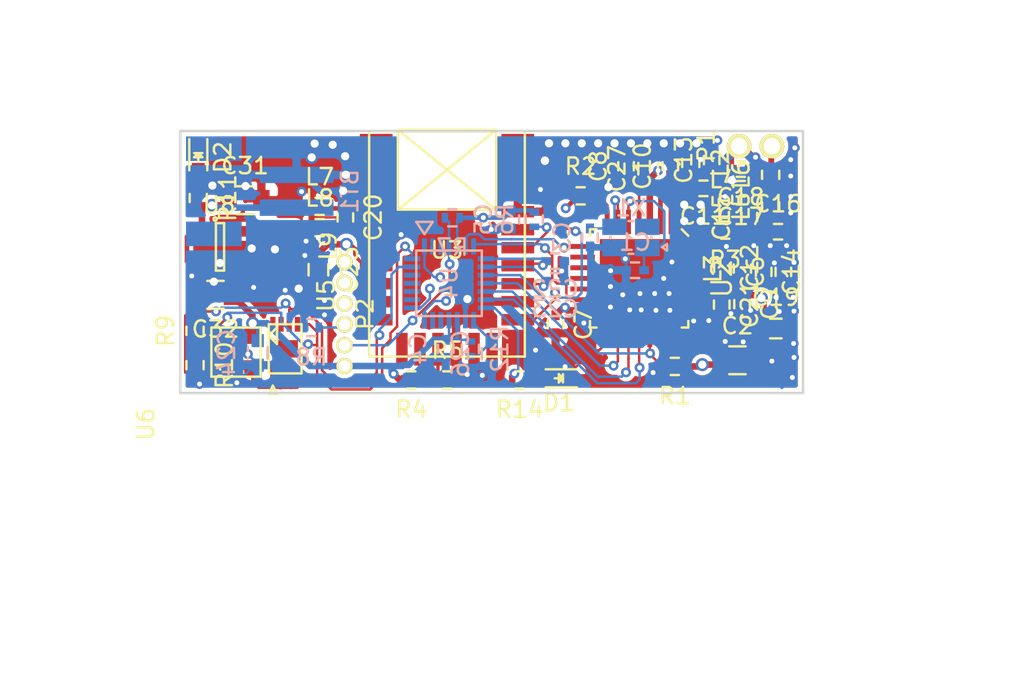
<source format=kicad_pcb>
(kicad_pcb (version 4) (host pcbnew "(2015-12-04 BZR 6347, Git 4c88040)-product")
  (layers (0 F.Cu signal) (1 In1.Cu signal hide) (2 In2.Cu signal hide) (31 B.Cu signal) (34 B.Paste user) (35 F.Paste user) (36 B.SilkS user) (37 F.SilkS user) (38 B.Mask user) (39 F.Mask user) (44 Edge.Cuts user))
  (net 0 "")
  (net 1 GND)
  (net 2 +1V8)
  (net 3 /MCU/GPS_TX)
  (net 4 /MCU/GPS_RX)
  (net 5 "Net-(D1-Pad2)")
  (net 6 /MCU/LORA_~CS)
  (net 7 "Net-(P2-Pad2)")
  (net 8 "Net-(P2-Pad3)")
  (net 9 /MCU/I2C_SCL)
  (net 10 /MCU/I2C_SDA)
  (net 11 "Net-(C26-Pad1)")
  (net 12 "Net-(P2-Pad4)")
  (net 13 "Net-(P2-Pad5)")
  (net 14 "Net-(R14-Pad2)")
  (net 15 "/LORA TX/DIO0")
  (net 16 "/LORA TX/DIO5")
  (net 17 "/LORA TX/SCK")
  (net 18 "/LORA TX/MISO")
  (net 19 "/LORA TX/MOSI")
  (net 20 +BATT)
  (net 21 "Net-(C1-Pad1)")
  (net 22 "Net-(C3-Pad1)")
  (net 23 "Net-(C12-Pad2)")
  (net 24 "Net-(C8-Pad1)")
  (net 25 "Net-(C10-Pad1)")
  (net 26 "Net-(C11-Pad1)")
  (net 27 "Net-(C11-Pad2)")
  (net 28 "Net-(C15-Pad1)")
  (net 29 "Net-(C15-Pad2)")
  (net 30 "Net-(C17-Pad1)")
  (net 31 "/LORA TX/ANT")
  (net 32 "Net-(C20-Pad1)")
  (net 33 "Net-(C20-Pad2)")
  (net 34 "Net-(D2-Pad2)")
  (net 35 "Net-(L9-Pad1)")
  (net 36 "Net-(R2-Pad2)")
  (net 37 "Net-(R3-Pad2)")
  (net 38 "Net-(R4-Pad1)")
  (net 39 "Net-(R5-Pad1)")
  (net 40 "Net-(R6-Pad2)")
  (net 41 "Net-(U3-Pad18)")
  (module "Custom Parts:UFQFPN28" (layer B.Cu) (at 67.4 57.3 270)
    (fp_text reference U4 (at 0 0 270) (layer B.SilkS) (effects (justify mirror)))
    (fp_text value STM32F048GUx)
    (pad 1 smd rect (at -2.25 1.5 270) (size 1 0.3) (layers B.Cu B.Paste B.Mask) (net 8 "Net-(P2-Pad3)"))
    (pad 2 smd rect (at -2.25 1 270) (size 1 0.3) (layers B.Cu B.Paste B.Mask))
    (pad 3 smd rect (at -2.25 0.5 270) (size 1 0.3) (layers B.Cu B.Paste B.Mask))
    (pad 4 smd rect (at -2.25 0 270) (size 1 0.3) (layers B.Cu B.Paste B.Mask) (net 7 "Net-(P2-Pad2)"))
    (pad 5 smd rect (at -2.25 -0.5 270) (size 1 0.3) (layers B.Cu B.Paste B.Mask) (net 2 +1V8))
    (pad 6 smd rect (at -2.25 -1 270) (size 1 0.3) (layers B.Cu B.Paste B.Mask) (net 15 "/LORA TX/DIO0"))
    (pad 7 smd rect (at -2.25 -1.5 270) (size 1 0.3) (layers B.Cu B.Paste B.Mask) (net 16 "/LORA TX/DIO5"))
    (pad 8 smd rect (at -1.5 -2.25 180) (size 1 0.3) (layers B.Cu B.Paste B.Mask) (net 3 /MCU/GPS_TX))
    (pad 9 smd rect (at -1 -2.25 180) (size 1 0.3) (layers B.Cu B.Paste B.Mask) (net 4 /MCU/GPS_RX))
    (pad 10 smd rect (at -0.5 -2.25 180) (size 1 0.3) (layers B.Cu B.Paste B.Mask) (net 6 /MCU/LORA_~CS))
    (pad 11 smd rect (at 0 -2.25 180) (size 1 0.3) (layers B.Cu B.Paste B.Mask) (net 17 "/LORA TX/SCK"))
    (pad 12 smd rect (at 0.5 -2.25 180) (size 1 0.3) (layers B.Cu B.Paste B.Mask) (net 18 "/LORA TX/MISO"))
    (pad 13 smd rect (at 1 -2.25 180) (size 1 0.3) (layers B.Cu B.Paste B.Mask) (net 19 "/LORA TX/MOSI"))
    (pad 14 smd rect (at 1.5 -2.25 180) (size 1 0.3) (layers B.Cu B.Paste B.Mask) (net 14 "Net-(R14-Pad2)"))
    (pad 15 smd rect (at 2.25 -1.5 90) (size 1 0.3) (layers B.Cu B.Paste B.Mask) (net 11 "Net-(C26-Pad1)"))
    (pad 16 smd rect (at 2.25 -1 90) (size 1 0.3) (layers B.Cu B.Paste B.Mask) (net 1 GND))
    (pad 17 smd rect (at 2.25 -0.5 90) (size 1 0.3) (layers B.Cu B.Paste B.Mask) (net 2 +1V8))
    (pad 18 smd rect (at 2.25 0 90) (size 1 0.3) (layers B.Cu B.Paste B.Mask) (net 2 +1V8))
    (pad 19 smd rect (at 2.25 0.5 90) (size 1 0.3) (layers B.Cu B.Paste B.Mask))
    (pad 20 smd rect (at 2.25 1 90) (size 1 0.3) (layers B.Cu B.Paste B.Mask))
    (pad 21 smd rect (at 2.25 1.5 90) (size 1 0.3) (layers B.Cu B.Paste B.Mask) (net 12 "Net-(P2-Pad4)"))
    (pad 22 smd rect (at 1.5 2.25) (size 1 0.3) (layers B.Cu B.Paste B.Mask) (net 13 "Net-(P2-Pad5)"))
    (pad 23 smd rect (at 1 2.25) (size 1 0.3) (layers B.Cu B.Paste B.Mask))
    (pad 24 smd rect (at 0.5 2.25) (size 1 0.3) (layers B.Cu B.Paste B.Mask))
    (pad 25 smd rect (at 0 2.25) (size 1 0.3) (layers B.Cu B.Paste B.Mask))
    (pad 26 smd rect (at -0.5 2.25) (size 1 0.3) (layers B.Cu B.Paste B.Mask))
    (pad 27 smd rect (at -1 2.25) (size 1 0.3) (layers B.Cu B.Paste B.Mask) (net 9 /MCU/I2C_SCL))
    (pad 28 smd rect (at -1.5 2.25) (size 1 0.3) (layers B.Cu B.Paste B.Mask) (net 10 /MCU/I2C_SDA))
  )
  (module Resistors_SMD:R_0402 (layer B.Cu) (at 68.7 61.3 90)
    (fp_text reference R12 (at 0 1.8 90) (layer B.SilkS) (effects (justify mirror)))
    (fp_text value 100k)
    (pad 1 smd rect (at -0.45 0 90) (size 0.4 0.6) (layers B.Cu B.Paste B.Mask) (net 11 "Net-(C26-Pad1)"))
    (pad 2 smd rect (at 0.45 0 90) (size 0.4 0.6) (layers B.Cu B.Paste B.Mask) (net 2 +1V8))
  )
  (module Resistors_SMD:R_0402 (layer F.Cu) (at 71.7 63.2 180)
    (fp_text reference R14 (at 0 -1.8 180) (layer F.SilkS))
    (fp_text value 220)
    (pad 1 smd rect (at -0.45 0 180) (size 0.4 0.6) (layers F.Cu F.Paste F.Mask) (net 5 "Net-(D1-Pad2)"))
    (pad 2 smd rect (at 0.45 0 180) (size 0.4 0.6) (layers F.Cu F.Paste F.Mask) (net 14 "Net-(R14-Pad2)"))
  )
  (module "Custom Parts:UDFN8" (layer F.Cu) (at 57.4 61.3 90)
    (fp_text reference U5 (at 3.25 2.5 90) (layer F.SilkS))
    (fp_text value CAT24M01)
    (pad 1 smd rect (at -1.5 -0.75 90) (size 0.9 0.32) (layers F.Cu F.Paste F.Mask))
    (pad 2 smd rect (at -1.5 -0.25 90) (size 0.9 0.32) (layers F.Cu F.Paste F.Mask) (net 1 GND))
    (pad 3 smd rect (at -1.5 0.25 90) (size 0.9 0.32) (layers F.Cu F.Paste F.Mask) (net 1 GND))
    (pad 4 smd rect (at -1.5 0.75 90) (size 0.9 0.32) (layers F.Cu F.Paste F.Mask) (net 1 GND))
    (pad 5 smd rect (at 1.5 0.75 270) (size 0.9 0.32) (layers F.Cu F.Paste F.Mask) (net 10 /MCU/I2C_SDA))
    (pad 6 smd rect (at 1.5 0.25 270) (size 0.9 0.32) (layers F.Cu F.Paste F.Mask) (net 9 /MCU/I2C_SCL))
    (pad 7 smd rect (at 1.5 -0.25 270) (size 0.9 0.32) (layers F.Cu F.Paste F.Mask))
    (pad 8 smd rect (at 1.5 -0.75 270) (size 0.9 0.32) (layers F.Cu F.Paste F.Mask) (net 2 +1V8))
    (pad 9 smd rect (at 0 0 90) (size 1.06 1.56) (layers F.Cu F.Paste F.Mask))
  )
  (module "Custom Parts:S2B-PH-SM4-TB" (layer B.Cu) (at 60.35 51.68 270)
    (fp_text reference BT1 (at 0 -1 270) (layer B.SilkS) (effects (justify mirror)))
    (fp_text value LiPoly)
    (pad 1 smd rect (at 1 2.25 270) (size 1 4.5) (layers B.Cu B.Paste B.Mask) (net 20 +BATT))
    (pad 2 smd rect (at -1 2.25 270) (size 1 4.5) (layers B.Cu B.Paste B.Mask) (net 1 GND))
    (pad "" smd rect (at 2.6 7.3 270) (size 1.5 3.4) (layers B.Cu B.Paste B.Mask))
    (pad "" smd rect (at -2.6 7.3 270) (size 1.5 3.4) (layers B.Cu B.Paste B.Mask))
  )
  (module Capacitors_SMD:C_0402 (layer B.Cu) (at 78.75 56.5 180)
    (fp_text reference C1 (at 0 1.7 180) (layer B.SilkS) (effects (justify mirror)))
    (fp_text value 10p)
    (pad 1 smd rect (at -0.55 0 180) (size 0.6 0.5) (layers B.Cu B.Paste B.Mask) (net 21 "Net-(C1-Pad1)"))
    (pad 2 smd rect (at 0.55 0 180) (size 0.6 0.5) (layers B.Cu B.Paste B.Mask) (net 1 GND))
  )
  (module Capacitors_SMD:C_0805 (layer F.Cu) (at 85 62)
    (fp_text reference C2 (at 0 -2.1) (layer F.SilkS))
    (fp_text value 10u)
    (pad 1 smd rect (at -1 0) (size 1 1.25) (layers F.Cu F.Paste F.Mask) (net 2 +1V8))
    (pad 2 smd rect (at 1 0) (size 1 1.25) (layers F.Cu F.Paste F.Mask) (net 1 GND))
  )
  (module Capacitors_SMD:C_0402 (layer B.Cu) (at 76 54.5 270)
    (fp_text reference C3 (at 0 1.7 270) (layer B.SilkS) (effects (justify mirror)))
    (fp_text value 10p)
    (pad 1 smd rect (at -0.55 0 270) (size 0.6 0.5) (layers B.Cu B.Paste B.Mask) (net 22 "Net-(C3-Pad1)"))
    (pad 2 smd rect (at 0.55 0 270) (size 0.6 0.5) (layers B.Cu B.Paste B.Mask) (net 1 GND))
  )
  (module Capacitors_SMD:C_0402 (layer B.Cu) (at 67.2 61.3 270)
    (fp_text reference C4 (at 0 1.7 270) (layer B.SilkS) (effects (justify mirror)))
    (fp_text value 100n)
    (pad 1 smd rect (at -0.55 0 270) (size 0.6 0.5) (layers B.Cu B.Paste B.Mask) (net 2 +1V8))
    (pad 2 smd rect (at 0.55 0 270) (size 0.6 0.5) (layers B.Cu B.Paste B.Mask) (net 1 GND))
  )
  (module Capacitors_SMD:C_0402 (layer B.Cu) (at 71.2 53.4 270)
    (fp_text reference C5 (at 0 1.7 270) (layer B.SilkS) (effects (justify mirror)))
    (fp_text value 100n)
    (pad 1 smd rect (at -0.55 0 270) (size 0.6 0.5) (layers B.Cu B.Paste B.Mask) (net 2 +1V8))
    (pad 2 smd rect (at 0.55 0 270) (size 0.6 0.5) (layers B.Cu B.Paste B.Mask) (net 1 GND))
  )
  (module Capacitors_SMD:C_0402 (layer F.Cu) (at 87.8 56.6 90)
    (fp_text reference C6 (at 0 -1.7 90) (layer F.SilkS))
    (fp_text value 10n)
    (pad 1 smd rect (at -0.55 0 90) (size 0.6 0.5) (layers F.Cu F.Paste F.Mask) (net 23 "Net-(C12-Pad2)"))
    (pad 2 smd rect (at 0.55 0 90) (size 0.6 0.5) (layers F.Cu F.Paste F.Mask) (net 1 GND))
  )
  (module Capacitors_SMD:C_0402 (layer F.Cu) (at 73.9 59.8 270)
    (fp_text reference C7 (at 0 -1.7 270) (layer F.SilkS))
    (fp_text value 100n)
    (pad 1 smd rect (at -0.55 0 270) (size 0.6 0.5) (layers F.Cu F.Paste F.Mask) (net 2 +1V8))
    (pad 2 smd rect (at 0.55 0 270) (size 0.6 0.5) (layers F.Cu F.Paste F.Mask) (net 1 GND))
  )
  (module Capacitors_SMD:C_0402 (layer F.Cu) (at 78.2 50.15 90)
    (fp_text reference C8 (at 0 -1.7 90) (layer F.SilkS))
    (fp_text value 100n)
    (pad 1 smd rect (at -0.55 0 90) (size 0.6 0.5) (layers F.Cu F.Paste F.Mask) (net 24 "Net-(C8-Pad1)"))
    (pad 2 smd rect (at 0.55 0 90) (size 0.6 0.5) (layers F.Cu F.Paste F.Mask) (net 1 GND))
  )
  (module Capacitors_SMD:C_0402 (layer F.Cu) (at 85.28 58.57 270)
    (fp_text reference C9 (at 0 -1.7 270) (layer F.SilkS))
    (fp_text value 47p)
    (pad 1 smd rect (at -0.55 0 270) (size 0.6 0.5) (layers F.Cu F.Paste F.Mask) (net 2 +1V8))
    (pad 2 smd rect (at 0.55 0 270) (size 0.6 0.5) (layers F.Cu F.Paste F.Mask) (net 1 GND))
  )
  (module Capacitors_SMD:C_0402 (layer F.Cu) (at 80.9 50.15 90)
    (fp_text reference C10 (at 0 -1.7 90) (layer F.SilkS))
    (fp_text value 100n)
    (pad 1 smd rect (at -0.55 0 90) (size 0.6 0.5) (layers F.Cu F.Paste F.Mask) (net 25 "Net-(C10-Pad1)"))
    (pad 2 smd rect (at 0.55 0 90) (size 0.6 0.5) (layers F.Cu F.Paste F.Mask) (net 1 GND))
  )
  (module Capacitors_SMD:C_0402 (layer F.Cu) (at 82.925 51.5 180)
    (fp_text reference C11 (at 0 -1.7 180) (layer F.SilkS))
    (fp_text value *2.2p)
    (pad 1 smd rect (at -0.55 0 180) (size 0.6 0.5) (layers F.Cu F.Paste F.Mask) (net 26 "Net-(C11-Pad1)"))
    (pad 2 smd rect (at 0.55 0 180) (size 0.6 0.5) (layers F.Cu F.Paste F.Mask) (net 27 "Net-(C11-Pad2)"))
  )
  (module Capacitors_SMD:C_0402 (layer F.Cu) (at 84.05 56.35 270)
    (fp_text reference C12 (at 0 -1.7 270) (layer F.SilkS))
    (fp_text value 47p)
    (pad 1 smd rect (at -0.55 0 270) (size 0.6 0.5) (layers F.Cu F.Paste F.Mask) (net 1 GND))
    (pad 2 smd rect (at 0.55 0 270) (size 0.6 0.5) (layers F.Cu F.Paste F.Mask) (net 23 "Net-(C12-Pad2)"))
  )
  (module Capacitors_SMD:C_0402 (layer F.Cu) (at 83.425 49.775 90)
    (fp_text reference C13 (at 0 -1.7 90) (layer F.SilkS))
    (fp_text value 6.8p)
    (pad 1 smd rect (at -0.55 0 90) (size 0.6 0.5) (layers F.Cu F.Paste F.Mask) (net 26 "Net-(C11-Pad1)"))
    (pad 2 smd rect (at 0.55 0 90) (size 0.6 0.5) (layers F.Cu F.Paste F.Mask) (net 1 GND))
  )
  (module Capacitors_SMD:C_0402 (layer F.Cu) (at 86.6 56.6 270)
    (fp_text reference C14 (at 0 -1.7 270) (layer F.SilkS))
    (fp_text value 100p)
    (pad 1 smd rect (at -0.55 0 270) (size 0.6 0.5) (layers F.Cu F.Paste F.Mask) (net 1 GND))
    (pad 2 smd rect (at 0.55 0 270) (size 0.6 0.5) (layers F.Cu F.Paste F.Mask) (net 23 "Net-(C12-Pad2)"))
  )
  (module Capacitors_SMD:C_0402 (layer F.Cu) (at 85.725 53.25 90)
    (fp_text reference C15 (at 0 -1.7 90) (layer F.SilkS))
    (fp_text value 47p)
    (pad 1 smd rect (at -0.55 0 90) (size 0.6 0.5) (layers F.Cu F.Paste F.Mask) (net 28 "Net-(C15-Pad1)"))
    (pad 2 smd rect (at 0.55 0 90) (size 0.6 0.5) (layers F.Cu F.Paste F.Mask) (net 29 "Net-(C15-Pad2)"))
  )
  (module Capacitors_SMD:C_0402 (layer F.Cu) (at 87.475 54.15)
    (fp_text reference C16 (at 0 -1.7) (layer F.SilkS))
    (fp_text value 15p)
    (pad 1 smd rect (at -0.55 0) (size 0.6 0.5) (layers F.Cu F.Paste F.Mask) (net 28 "Net-(C15-Pad1)"))
    (pad 2 smd rect (at 0.55 0) (size 0.6 0.5) (layers F.Cu F.Paste F.Mask) (net 1 GND))
  )
  (module Capacitors_SMD:C_0402 (layer F.Cu) (at 85.2 51.525 180)
    (fp_text reference C17 (at 0 -1.7 180) (layer F.SilkS))
    (fp_text value 12p)
    (pad 1 smd rect (at -0.55 0 180) (size 0.6 0.5) (layers F.Cu F.Paste F.Mask) (net 30 "Net-(C17-Pad1)"))
    (pad 2 smd rect (at 0.55 0 180) (size 0.6 0.5) (layers F.Cu F.Paste F.Mask) (net 1 GND))
  )
  (module Capacitors_SMD:C_0402 (layer F.Cu) (at 85.2 50.325 180)
    (fp_text reference C18 (at 0 -1.7 180) (layer F.SilkS))
    (fp_text value 4.7p)
    (pad 1 smd rect (at -0.55 0 180) (size 0.6 0.5) (layers F.Cu F.Paste F.Mask) (net 31 "/LORA TX/ANT"))
    (pad 2 smd rect (at 0.55 0 180) (size 0.6 0.5) (layers F.Cu F.Paste F.Mask) (net 1 GND))
  )
  (module Capacitors_SMD:C_0603 (layer F.Cu) (at 87.34 60.06)
    (fp_text reference C19 (at 0 -1.9) (layer F.SilkS))
    (fp_text value 2.2u)
    (pad 1 smd rect (at -0.75 0) (size 0.8 0.75) (layers F.Cu F.Paste F.Mask) (net 2 +1V8))
    (pad 2 smd rect (at 0.75 0) (size 0.8 0.75) (layers F.Cu F.Paste F.Mask) (net 1 GND))
  )
  (module Capacitors_SMD:C_0402 (layer F.Cu) (at 61.075 53.275 270)
    (fp_text reference C20 (at 0 -1.7 270) (layer F.SilkS))
    (fp_text value 18p)
    (pad 1 smd rect (at -0.55 0 270) (size 0.6 0.5) (layers F.Cu F.Paste F.Mask) (net 32 "Net-(C20-Pad1)"))
    (pad 2 smd rect (at 0.55 0 270) (size 0.6 0.5) (layers F.Cu F.Paste F.Mask) (net 33 "Net-(C20-Pad2)"))
  )
  (module Capacitors_SMD:C_0402 (layer F.Cu) (at 84.04 58.6 270)
    (fp_text reference C21 (at 0 -1.7 270) (layer F.SilkS))
    (fp_text value 22p)
    (pad 1 smd rect (at -0.55 0 270) (size 0.6 0.5) (layers F.Cu F.Paste F.Mask) (net 2 +1V8))
    (pad 2 smd rect (at 0.55 0 270) (size 0.6 0.5) (layers F.Cu F.Paste F.Mask) (net 1 GND))
  )
  (module Capacitors_SMD:C_0402 (layer B.Cu) (at 73.875 55.95)
    (fp_text reference C22 (at 0 1.7) (layer B.SilkS) (effects (justify mirror)))
    (fp_text value 22p)
    (pad 1 smd rect (at -0.55 0) (size 0.6 0.5) (layers B.Cu B.Paste B.Mask) (net 3 /MCU/GPS_TX))
    (pad 2 smd rect (at 0.55 0) (size 0.6 0.5) (layers B.Cu B.Paste B.Mask) (net 1 GND))
  )
  (module Capacitors_SMD:C_0402 (layer B.Cu) (at 73.875 57.15)
    (fp_text reference C23 (at 0 1.7) (layer B.SilkS) (effects (justify mirror)))
    (fp_text value 22p)
    (pad 1 smd rect (at -0.55 0) (size 0.6 0.5) (layers B.Cu B.Paste B.Mask) (net 4 /MCU/GPS_RX))
    (pad 2 smd rect (at 0.55 0) (size 0.6 0.5) (layers B.Cu B.Paste B.Mask) (net 1 GND))
  )
  (module Capacitors_SMD:C_0603 (layer B.Cu) (at 55.725 61.55 270)
    (fp_text reference C24 (at 0 1.9 270) (layer B.SilkS) (effects (justify mirror)))
    (fp_text value 1u)
    (pad 1 smd rect (at -0.75 0 270) (size 0.8 0.75) (layers B.Cu B.Paste B.Mask) (net 2 +1V8))
    (pad 2 smd rect (at 0.75 0 270) (size 0.8 0.75) (layers B.Cu B.Paste B.Mask) (net 1 GND))
  )
  (module Capacitors_SMD:C_0603 (layer F.Cu) (at 59.43 56.47 270)
    (fp_text reference C25 (at 0 -1.9 270) (layer F.SilkS))
    (fp_text value 1u)
    (pad 1 smd rect (at -0.75 0 270) (size 0.8 0.75) (layers F.Cu F.Paste F.Mask) (net 2 +1V8))
    (pad 2 smd rect (at 0.75 0 270) (size 0.8 0.75) (layers F.Cu F.Paste F.Mask) (net 1 GND))
  )
  (module Capacitors_SMD:C_0603 (layer B.Cu) (at 70 61.6 270)
    (fp_text reference C26 (at 0 1.9 270) (layer B.SilkS) (effects (justify mirror)))
    (fp_text value 1u)
    (pad 1 smd rect (at -0.75 0 270) (size 0.8 0.75) (layers B.Cu B.Paste B.Mask) (net 11 "Net-(C26-Pad1)"))
    (pad 2 smd rect (at 0.75 0 270) (size 0.8 0.75) (layers B.Cu B.Paste B.Mask) (net 1 GND))
  )
  (module Capacitors_SMD:C_0603 (layer F.Cu) (at 79.55 50.3 90)
    (fp_text reference C27 (at 0 -1.9 90) (layer F.SilkS))
    (fp_text value 1u)
    (pad 1 smd rect (at -0.75 0 90) (size 0.8 0.75) (layers F.Cu F.Paste F.Mask) (net 2 +1V8))
    (pad 2 smd rect (at 0.75 0 90) (size 0.8 0.75) (layers F.Cu F.Paste F.Mask) (net 1 GND))
  )
  (module Capacitors_SMD:C_0805 (layer F.Cu) (at 54.95 52.225)
    (fp_text reference C31 (at 0 -2.1) (layer F.SilkS))
    (fp_text value 4.7u)
    (pad 1 smd rect (at -1 0) (size 1 1.25) (layers F.Cu F.Paste F.Mask) (net 20 +BATT))
    (pad 2 smd rect (at 1 0) (size 1 1.25) (layers F.Cu F.Paste F.Mask) (net 1 GND))
  )
  (module Capacitors_SMD:C_0805 (layer F.Cu) (at 53.15 58 180)
    (fp_text reference C32 (at 0 -2.1 180) (layer F.SilkS))
    (fp_text value 10u)
    (pad 1 smd rect (at -1 0 180) (size 1 1.25) (layers F.Cu F.Paste F.Mask) (net 2 +1V8))
    (pad 2 smd rect (at 1 0 180) (size 1 1.25) (layers F.Cu F.Paste F.Mask) (net 1 GND))
  )
  (module LEDs:LED-0603 (layer F.Cu) (at 74.1 63.1 180)
    (fp_text reference D1 (at 0 -1.5 180) (layer F.SilkS))
    (fp_text value RED)
    (pad 2 smd rect (at 0.7493 0) (size 0.79756 0.79756) (layers F.Cu F.Paste F.Mask) (net 5 "Net-(D1-Pad2)"))
    (pad 1 smd rect (at -0.7493 0) (size 0.79756 0.79756) (layers F.Cu F.Paste F.Mask) (net 1 GND))
  )
  (module LEDs:LED-0603 (layer F.Cu) (at 52.1 49.6 270)
    (fp_text reference D2 (at 0 -1.5 270) (layer F.SilkS))
    (fp_text value GREEN)
    (pad 2 smd rect (at 0.7493 0 90) (size 0.79756 0.79756) (layers F.Cu F.Paste F.Mask) (net 34 "Net-(D2-Pad2)"))
    (pad 1 smd rect (at -0.7493 0 90) (size 0.79756 0.79756) (layers F.Cu F.Paste F.Mask) (net 1 GND))
  )
  (module Resistors_SMD:R_0402 (layer F.Cu) (at 82.15 49.95 270)
    (fp_text reference L2 (at 0 -1.8 270) (layer F.SilkS))
    (fp_text value *18nH)
    (pad 1 smd rect (at -0.45 0 270) (size 0.4 0.6) (layers F.Cu F.Paste F.Mask) (net 1 GND))
    (pad 2 smd rect (at 0.45 0 270) (size 0.4 0.6) (layers F.Cu F.Paste F.Mask) (net 27 "Net-(C11-Pad2)"))
  )
  (module Resistors_SMD:R_0402 (layer F.Cu) (at 85.3 56.4 90)
    (fp_text reference L3 (at 0 -1.8 90) (layer F.SilkS))
    (fp_text value 47nH)
    (pad 1 smd rect (at -0.45 0 90) (size 0.4 0.6) (layers F.Cu F.Paste F.Mask) (net 23 "Net-(C12-Pad2)"))
    (pad 2 smd rect (at 0.45 0 90) (size 0.4 0.6) (layers F.Cu F.Paste F.Mask) (net 26 "Net-(C11-Pad1)"))
  )
  (module Resistors_SMD:R_0402 (layer F.Cu) (at 84.15 52.775)
    (fp_text reference L4 (at 0 -1.8) (layer F.SilkS))
    (fp_text value 22n)
    (pad 1 smd rect (at -0.45 0) (size 0.4 0.6) (layers F.Cu F.Paste F.Mask) (net 26 "Net-(C11-Pad1)"))
    (pad 2 smd rect (at 0.45 0) (size 0.4 0.6) (layers F.Cu F.Paste F.Mask) (net 29 "Net-(C15-Pad2)"))
  )
  (module Resistors_SMD:R_0402 (layer F.Cu) (at 87.025 52.6 90)
    (fp_text reference L5 (at 0 -1.8 90) (layer F.SilkS))
    (fp_text value 12n)
    (pad 1 smd rect (at -0.45 0 90) (size 0.4 0.6) (layers F.Cu F.Paste F.Mask) (net 28 "Net-(C15-Pad1)"))
    (pad 2 smd rect (at 0.45 0 90) (size 0.4 0.6) (layers F.Cu F.Paste F.Mask) (net 30 "Net-(C17-Pad1)"))
  )
  (module Resistors_SMD:R_0402 (layer F.Cu) (at 87.025 50.675 90)
    (fp_text reference L6 (at 0 -1.8 90) (layer F.SilkS))
    (fp_text value 18n)
    (pad 1 smd rect (at -0.45 0 90) (size 0.4 0.6) (layers F.Cu F.Paste F.Mask) (net 30 "Net-(C17-Pad1)"))
    (pad 2 smd rect (at 0.45 0 90) (size 0.4 0.6) (layers F.Cu F.Paste F.Mask) (net 31 "/LORA TX/ANT"))
  )
  (module Resistors_SMD:R_0402 (layer F.Cu) (at 59.5 52.6)
    (fp_text reference L7 (at 0 -1.8) (layer F.SilkS))
    (fp_text value DNP)
    (pad 1 smd rect (at -0.45 0) (size 0.4 0.6) (layers F.Cu F.Paste F.Mask) (net 1 GND))
    (pad 2 smd rect (at 0.45 0) (size 0.4 0.6) (layers F.Cu F.Paste F.Mask) (net 32 "Net-(C20-Pad1)"))
  )
  (module Resistors_SMD:R_0402 (layer F.Cu) (at 59.5 53.9)
    (fp_text reference L8 (at 0 -1.8) (layer F.SilkS))
    (fp_text value DNP)
    (pad 1 smd rect (at -0.45 0) (size 0.4 0.6) (layers F.Cu F.Paste F.Mask) (net 1 GND))
    (pad 2 smd rect (at 0.45 0) (size 0.4 0.6) (layers F.Cu F.Paste F.Mask) (net 33 "Net-(C20-Pad2)"))
  )
  (module Inductors_NEOSID:Neosid_Inductor_SM-NE29_SMD1008 (layer F.Cu) (at 56.825 55.225 270)
    (fp_text reference L9 (at -0.20066 -3.2004 270) (layer F.SilkS))
    (fp_text value 74479787222)
    (pad 2 smd rect (at 1.14554 0 270) (size 1.02108 2.54) (layers F.Cu F.Paste F.Mask) (net 2 +1V8))
    (pad 1 smd rect (at -1.14554 0 270) (size 1.02108 2.54) (layers F.Cu F.Paste F.Mask) (net 35 "Net-(L9-Pad1)"))
  )
  (module "Custom Parts:ANT_50ohm" (layer F.Cu) (at 87.1 48.925 90)
    (fp_text reference P1 (at 0 -4 90) (layer F.SilkS))
    (fp_text value ANT)
    (pad 2 thru_hole circle (at 0 0 90) (size 1.5 1.5) (drill 1) (layers *.Cu *.Mask F.SilkS) (net 31 "/LORA TX/ANT"))
    (pad 3 thru_hole circle (at 0 -2 90) (size 1.5 1.5) (drill 1) (layers *.Cu *.Mask F.SilkS) (net 1 GND))
    (pad 2 smd rect (at -1 0 90) (size 0.8 0.28) (layers F.Cu F.Paste F.Mask) (net 31 "/LORA TX/ANT"))
  )
  (module "Custom Parts:6-1.27mm" (layer F.Cu) (at 61.025 59.175 90)
    (fp_text reference P2 (at 0 1.25 90) (layer F.SilkS))
    (fp_text value CONN_01X06)
    (pad 1 thru_hole circle (at -3.175 0 90) (size 1 1) (drill 0.7) (layers *.Cu *.Mask F.SilkS) (net 2 +1V8))
    (pad 2 thru_hole circle (at -1.905 0 90) (size 1 1) (drill 0.7) (layers *.Cu *.Mask F.SilkS) (net 7 "Net-(P2-Pad2)"))
    (pad 3 thru_hole circle (at -0.635 0 90) (size 1 1) (drill 0.7) (layers *.Cu *.Mask F.SilkS) (net 8 "Net-(P2-Pad3)"))
    (pad 4 thru_hole circle (at 0.635 0 90) (size 1 1) (drill 0.7) (layers *.Cu *.Mask F.SilkS) (net 12 "Net-(P2-Pad4)"))
    (pad 5 thru_hole circle (at 1.905 0 90) (size 1 1) (drill 0.7) (layers *.Cu *.Mask F.SilkS) (net 13 "Net-(P2-Pad5)"))
    (pad 6 thru_hole circle (at 3.175 0 90) (size 1 1) (drill 0.7) (layers *.Cu *.Mask F.SilkS) (net 1 GND))
  )
  (module Resistors_SMD:R_0402 (layer F.Cu) (at 81.175 62.375 180)
    (fp_text reference R1 (at 0 -1.8 180) (layer F.SilkS))
    (fp_text value 10k)
    (pad 1 smd rect (at -0.45 0 180) (size 0.4 0.6) (layers F.Cu F.Paste F.Mask) (net 2 +1V8))
    (pad 2 smd rect (at 0.45 0 180) (size 0.4 0.6) (layers F.Cu F.Paste F.Mask) (net 6 /MCU/LORA_~CS))
  )
  (module Resistors_SMD:R_0402 (layer F.Cu) (at 75.43 51.96)
    (fp_text reference R2 (at 0 -1.8) (layer F.SilkS))
    (fp_text value 10k)
    (pad 1 smd rect (at -0.45 0) (size 0.4 0.6) (layers F.Cu F.Paste F.Mask) (net 2 +1V8))
    (pad 2 smd rect (at 0.45 0) (size 0.4 0.6) (layers F.Cu F.Paste F.Mask) (net 36 "Net-(R2-Pad2)"))
  )
  (module Resistors_SMD:R_0402 (layer F.Cu) (at 84.25 54.05 180)
    (fp_text reference R3 (at 0 -1.8 180) (layer F.SilkS))
    (fp_text value 0)
    (pad 1 smd rect (at -0.45 0 180) (size 0.4 0.6) (layers F.Cu F.Paste F.Mask) (net 26 "Net-(C11-Pad1)"))
    (pad 2 smd rect (at 0.45 0 180) (size 0.4 0.6) (layers F.Cu F.Paste F.Mask) (net 37 "Net-(R3-Pad2)"))
  )
  (module Resistors_SMD:R_0402 (layer F.Cu) (at 65.1 63.2 180)
    (fp_text reference R4 (at 0 -1.8 180) (layer F.SilkS))
    (fp_text value 10k)
    (pad 1 smd rect (at -0.45 0 180) (size 0.4 0.6) (layers F.Cu F.Paste F.Mask) (net 38 "Net-(R4-Pad1)"))
    (pad 2 smd rect (at 0.45 0 180) (size 0.4 0.6) (layers F.Cu F.Paste F.Mask) (net 2 +1V8))
  )
  (module Resistors_SMD:R_0402 (layer F.Cu) (at 67.3 63.2)
    (fp_text reference R5 (at 0 -1.8) (layer F.SilkS))
    (fp_text value 10k)
    (pad 1 smd rect (at -0.45 0) (size 0.4 0.6) (layers F.Cu F.Paste F.Mask) (net 39 "Net-(R5-Pad1)"))
    (pad 2 smd rect (at 0.45 0) (size 0.4 0.6) (layers F.Cu F.Paste F.Mask) (net 1 GND))
  )
  (module Resistors_SMD:R_0402 (layer B.Cu) (at 72.6 53.4 270)
    (fp_text reference R6 (at 0 1.8 270) (layer B.SilkS) (effects (justify mirror)))
    (fp_text value 10k)
    (pad 1 smd rect (at -0.45 0 270) (size 0.4 0.6) (layers B.Cu B.Paste B.Mask) (net 2 +1V8))
    (pad 2 smd rect (at 0.45 0 270) (size 0.4 0.6) (layers B.Cu B.Paste B.Mask) (net 40 "Net-(R6-Pad2)"))
  )
  (module Resistors_SMD:R_0402 (layer B.Cu) (at 67.6 53.3)
    (fp_text reference R7 (at 0 1.8) (layer B.SilkS) (effects (justify mirror)))
    (fp_text value 100k)
    (pad 1 smd rect (at -0.45 0) (size 0.4 0.6) (layers B.Cu B.Paste B.Mask) (net 7 "Net-(P2-Pad2)"))
    (pad 2 smd rect (at 0.45 0) (size 0.4 0.6) (layers B.Cu B.Paste B.Mask) (net 2 +1V8))
  )
  (module Resistors_SMD:R_0402 (layer B.Cu) (at 59 60)
    (fp_text reference R8 (at 0 1.8) (layer B.SilkS) (effects (justify mirror)))
    (fp_text value 100k)
    (pad 1 smd rect (at -0.45 0) (size 0.4 0.6) (layers B.Cu B.Paste B.Mask) (net 1 GND))
    (pad 2 smd rect (at 0.45 0) (size 0.4 0.6) (layers B.Cu B.Paste B.Mask) (net 8 "Net-(P2-Pad3)"))
  )
  (module Resistors_SMD:R_0402 (layer F.Cu) (at 51.9 60.2 90)
    (fp_text reference R9 (at 0 -1.8 90) (layer F.SilkS))
    (fp_text value 10k)
    (pad 1 smd rect (at -0.45 0 90) (size 0.4 0.6) (layers F.Cu F.Paste F.Mask) (net 2 +1V8))
    (pad 2 smd rect (at 0.45 0 90) (size 0.4 0.6) (layers F.Cu F.Paste F.Mask) (net 10 /MCU/I2C_SDA))
  )
  (module Resistors_SMD:R_0402 (layer F.Cu) (at 51.9 62.3 270)
    (fp_text reference R10 (at 0 -1.8 270) (layer F.SilkS))
    (fp_text value 10k)
    (pad 1 smd rect (at -0.45 0 270) (size 0.4 0.6) (layers F.Cu F.Paste F.Mask) (net 2 +1V8))
    (pad 2 smd rect (at 0.45 0 270) (size 0.4 0.6) (layers F.Cu F.Paste F.Mask) (net 9 /MCU/I2C_SCL))
  )
  (module Resistors_SMD:R_0402 (layer F.Cu) (at 52.1 52.09 270)
    (fp_text reference R11 (at 0 -1.8 270) (layer F.SilkS))
    (fp_text value 2.2k)
    (pad 1 smd rect (at -0.45 0 270) (size 0.4 0.6) (layers F.Cu F.Paste F.Mask) (net 34 "Net-(D2-Pad2)"))
    (pad 2 smd rect (at 0.45 0 270) (size 0.4 0.6) (layers F.Cu F.Paste F.Mask) (net 20 +BATT))
  )
  (module "Custom Parts:QFP_28_0.65" (layer F.Cu) (at 79 57 270)
    (fp_text reference U2 (at 0 -5.05 270) (layer F.SilkS) (effects (font (size 1.2 1.2))))
    (fp_text value SX1276)
    (pad 1 smd rect (at -3.45 -1.95) (size 0.3 1.5) (layers F.Cu F.Paste F.Mask) (net 27 "Net-(C11-Pad2)"))
    (pad 2 smd rect (at -3.45 -1.3) (size 0.3 1.5) (layers F.Cu F.Paste F.Mask) (net 25 "Net-(C10-Pad1)"))
    (pad 3 smd rect (at -3.45 -0.65) (size 0.3 1.5) (layers F.Cu F.Paste F.Mask) (net 2 +1V8))
    (pad 4 smd rect (at -3.45 0) (size 0.3 1.5) (layers F.Cu F.Paste F.Mask) (net 24 "Net-(C8-Pad1)"))
    (pad 5 smd rect (at -3.45 0.65) (size 0.3 1.5) (layers F.Cu F.Paste F.Mask) (net 21 "Net-(C1-Pad1)"))
    (pad 6 smd rect (at -3.45 1.3) (size 0.3 1.5) (layers F.Cu F.Paste F.Mask) (net 22 "Net-(C3-Pad1)"))
    (pad 7 smd rect (at -3.45 1.95) (size 0.3 1.5) (layers F.Cu F.Paste F.Mask) (net 36 "Net-(R2-Pad2)"))
    (pad 8 smd rect (at -1.95 3.45 270) (size 0.3 1.5) (layers F.Cu F.Paste F.Mask) (net 15 "/LORA TX/DIO0"))
    (pad 9 smd rect (at -1.3 3.45 270) (size 0.3 1.5) (layers F.Cu F.Paste F.Mask))
    (pad 10 smd rect (at -0.65 3.45 270) (size 0.3 1.5) (layers F.Cu F.Paste F.Mask))
    (pad 11 smd rect (at 0 3.45 270) (size 0.3 1.5) (layers F.Cu F.Paste F.Mask))
    (pad 12 smd rect (at 0.65 3.45 270) (size 0.3 1.5) (layers F.Cu F.Paste F.Mask))
    (pad 13 smd rect (at 1.3 3.45 270) (size 0.3 1.5) (layers F.Cu F.Paste F.Mask) (net 16 "/LORA TX/DIO5"))
    (pad 14 smd rect (at 1.95 3.45 270) (size 0.3 1.5) (layers F.Cu F.Paste F.Mask) (net 2 +1V8))
    (pad 15 smd rect (at 3.45 1.95) (size 0.3 1.5) (layers F.Cu F.Paste F.Mask) (net 1 GND))
    (pad 16 smd rect (at 3.45 1.3) (size 0.3 1.5) (layers F.Cu F.Paste F.Mask) (net 17 "/LORA TX/SCK"))
    (pad 17 smd rect (at 3.45 0.65) (size 0.3 1.5) (layers F.Cu F.Paste F.Mask) (net 18 "/LORA TX/MISO"))
    (pad 18 smd rect (at 3.45 0) (size 0.3 1.5) (layers F.Cu F.Paste F.Mask) (net 19 "/LORA TX/MOSI"))
    (pad 19 smd rect (at 3.45 -0.65) (size 0.3 1.5) (layers F.Cu F.Paste F.Mask) (net 6 /MCU/LORA_~CS))
    (pad 20 smd rect (at 3.45 -1.3) (size 0.3 1.5) (layers F.Cu F.Paste F.Mask))
    (pad 21 smd rect (at 3.45 -1.95) (size 0.3 1.5) (layers F.Cu F.Paste F.Mask))
    (pad 22 smd rect (at 1.95 -3.45 270) (size 0.3 1.5) (layers F.Cu F.Paste F.Mask))
    (pad 23 smd rect (at 1.3 -3.45 270) (size 0.3 1.5) (layers F.Cu F.Paste F.Mask) (net 1 GND))
    (pad 24 smd rect (at 0.65 -3.45 270) (size 0.3 1.5) (layers F.Cu F.Paste F.Mask) (net 2 +1V8))
    (pad 25 smd rect (at 0 -3.45 270) (size 0.3 1.5) (layers F.Cu F.Paste F.Mask) (net 23 "Net-(C12-Pad2)"))
    (pad 26 smd rect (at -0.65 -3.45 270) (size 0.3 1.5) (layers F.Cu F.Paste F.Mask) (net 1 GND))
    (pad 27 smd rect (at -1.3 -3.45 270) (size 0.3 1.5) (layers F.Cu F.Paste F.Mask))
    (pad 28 smd rect (at -1.95 -3.45 270) (size 0.3 1.5) (layers F.Cu F.Paste F.Mask) (net 37 "Net-(R3-Pad2)"))
    (pad 29 smd rect (at 0 0 270) (size 4.8 4.8) (layers F.Cu F.Paste F.Mask) (net 1 GND))
  )
  (module "Custom Parts:M10748" (layer F.Cu) (at 67.275 48.525)
    (fp_text reference U3 (at 0 6.75) (layer F.SilkS))
    (fp_text value M10478)
    (pad 1 smd rect (at -4.32 0) (size 2 0.7) (layers F.Cu F.Paste F.Mask) (net 1 GND))
    (pad 2 smd rect (at -4.32 1.1) (size 2 0.7) (layers F.Cu F.Paste F.Mask) (net 1 GND))
    (pad 3 smd rect (at -4.32 2.2) (size 2 0.7) (layers F.Cu F.Paste F.Mask) (net 1 GND))
    (pad 4 smd rect (at -4.32 3.3) (size 2 0.7) (layers F.Cu F.Paste F.Mask) (net 32 "Net-(C20-Pad1)"))
    (pad 5 smd rect (at -4.32 4.4) (size 2 0.7) (layers F.Cu F.Paste F.Mask) (net 1 GND))
    (pad 6 smd rect (at -4.32 5.5) (size 2 0.7) (layers F.Cu F.Paste F.Mask) (net 33 "Net-(C20-Pad2)"))
    (pad 7 smd rect (at -4.32 6.6) (size 2 0.7) (layers F.Cu F.Paste F.Mask) (net 1 GND))
    (pad 8 smd rect (at -4.32 7.7) (size 2 0.7) (layers F.Cu F.Paste F.Mask) (net 2 +1V8))
    (pad 9 smd rect (at -4.32 8.8) (size 2 0.7) (layers F.Cu F.Paste F.Mask) (net 1 GND))
    (pad 10 smd rect (at -4.32 9.9) (size 2 0.7) (layers F.Cu F.Paste F.Mask))
    (pad 11 smd rect (at -4.32 11) (size 2 0.7) (layers F.Cu F.Paste F.Mask))
    (pad 18 smd rect (at 4.32 11) (size 2 0.7) (layers F.Cu F.Paste F.Mask) (net 41 "Net-(U3-Pad18)"))
    (pad 19 smd rect (at 4.32 9.9) (size 2 0.7) (layers F.Cu F.Paste F.Mask) (net 1 GND))
    (pad 20 smd rect (at 4.32 8.8) (size 2 0.7) (layers F.Cu F.Paste F.Mask) (net 4 /MCU/GPS_RX))
    (pad 21 smd rect (at 4.32 7.7) (size 2 0.7) (layers F.Cu F.Paste F.Mask) (net 3 /MCU/GPS_TX))
    (pad 22 smd rect (at 4.32 6.6) (size 2 0.7) (layers F.Cu F.Paste F.Mask) (net 40 "Net-(R6-Pad2)"))
    (pad 23 smd rect (at 4.32 5.5) (size 2 0.7) (layers F.Cu F.Paste F.Mask))
    (pad 24 smd rect (at 4.32 4.4) (size 2 0.7) (layers F.Cu F.Paste F.Mask) (net 1 GND))
    (pad 25 smd rect (at 4.32 3.3) (size 2 0.7) (layers F.Cu F.Paste F.Mask) (net 1 GND))
    (pad 26 smd rect (at 4.32 2.2) (size 2 0.7) (layers F.Cu F.Paste F.Mask) (net 41 "Net-(U3-Pad18)"))
    (pad 27 smd rect (at 4.32 1.1) (size 2 0.7) (layers F.Cu F.Paste F.Mask) (net 1 GND))
    (pad 28 smd rect (at 4.32 0) (size 2 0.7) (layers F.Cu F.Paste F.Mask) (net 1 GND))
    (pad 12 smd rect (at -2.75 12.8) (size 0.7 2) (layers F.Cu F.Paste F.Mask))
    (pad 13 smd rect (at -1.65 12.8) (size 0.7 2) (layers F.Cu F.Paste F.Mask) (net 38 "Net-(R4-Pad1)"))
    (pad 14 smd rect (at -0.55 12.8) (size 0.7 2) (layers F.Cu F.Paste F.Mask) (net 39 "Net-(R5-Pad1)"))
    (pad 15 smd rect (at 0.55 12.8) (size 0.7 2) (layers F.Cu F.Paste F.Mask) (net 1 GND))
    (pad 16 smd rect (at 1.65 12.8) (size 0.7 2) (layers F.Cu F.Paste F.Mask))
    (pad 17 smd rect (at 2.75 12.8) (size 0.7 2) (layers F.Cu F.Paste F.Mask))
  )
  (module "Custom Parts:MS5637" (layer F.Cu) (at 54.4 61.5 270)
    (fp_text reference U6 (at 4.4 5.5 270) (layer F.SilkS))
    (fp_text value MS5637)
    (pad 1 smd rect (at -1 -1 270) (size 1 1) (layers F.Cu F.Paste F.Mask) (net 2 +1V8))
    (pad 2 smd rect (at -1 1 270) (size 1 1) (layers F.Cu F.Paste F.Mask) (net 10 /MCU/I2C_SDA))
    (pad 3 smd rect (at 1 1 270) (size 1 1) (layers F.Cu F.Paste F.Mask) (net 9 /MCU/I2C_SCL))
    (pad 4 smd rect (at 1 -1 270) (size 1 1) (layers F.Cu F.Paste F.Mask) (net 1 GND))
  )
  (module Housings_SOT-23_SOT-143_TSOT-6:SOT-23-5 (layer F.Cu) (at 53.425 55.075)
    (fp_text reference U8 (at -0.05 -2.55) (layer F.SilkS))
    (fp_text value LM3671)
    (pad 1 smd rect (at -1.1 -0.95) (size 1.06 0.65) (layers F.Cu F.Paste F.Mask) (net 20 +BATT))
    (pad 2 smd rect (at -1.1 0) (size 1.06 0.65) (layers F.Cu F.Paste F.Mask) (net 1 GND))
    (pad 3 smd rect (at -1.1 0.95) (size 1.06 0.65) (layers F.Cu F.Paste F.Mask) (net 20 +BATT))
    (pad 4 smd rect (at 1.1 0.95) (size 1.06 0.65) (layers F.Cu F.Paste F.Mask) (net 2 +1V8))
    (pad 5 smd rect (at 1.1 -0.95) (size 1.06 0.65) (layers F.Cu F.Paste F.Mask) (net 35 "Net-(L9-Pad1)"))
  )
  (module "Custom Parts:XTAL-2x2.5" (layer B.Cu) (at 78.5 54.5 180)
    (fp_text reference X1 (at 0 1.8 180) (layer B.SilkS) (effects (justify mirror)))
    (fp_text value 32M)
    (pad 2 smd rect (at 1 0.65 180) (size 1.5 1) (layers B.Cu B.Paste B.Mask) (net 22 "Net-(C3-Pad1)"))
    (pad 3 smd rect (at 1 -0.65 180) (size 1.5 1) (layers B.Cu B.Paste B.Mask) (net 1 GND))
    (pad 4 smd rect (at -1 0.65 180) (size 1.5 1) (layers B.Cu B.Paste B.Mask))
    (pad 1 smd rect (at -1 -0.65 180) (size 1.5 1) (layers B.Cu B.Paste B.Mask) (net 21 "Net-(C1-Pad1)"))
  )
  (gr_line (start 89 48) (end 89 64) (angle 90) (layer Edge.Cuts) (width 0.15))
  (gr_line (start 89 48) (end 51 48) (angle 90) (layer Edge.Cuts) (width 0.15))
  (gr_line (start 87 64) (end 89 64) (angle 90) (layer Edge.Cuts) (width 0.15))
  (gr_line (start 51 64) (end 87 64) (angle 90) (layer Edge.Cuts) (width 0.15))
  (gr_line (start 51 48) (end 51 64) (angle 90) (layer Edge.Cuts) (width 0.15))
  (segment (start 59.78 55.05) (end 59.79 55.06) (width 0.15) (layer B.Cu) (net 0))
  (segment (start 78 58) (end 77.75 58) (width 0.15) (layer B.Cu) (net 1))
  (via (at 78 58) (size 0.6) (drill 0.3) (layers F.Cu B.Cu) (net 1))
  (segment (start 77.25 57.5) (end 77.75 57) (width 0.15) (layer F.Cu) (net 1))
  (via (at 77.25 57.5) (size 0.6) (drill 0.3) (layers F.Cu B.Cu) (net 1))
  (segment (start 77.75 58) (end 77.25 57.5) (width 0.15) (layer B.Cu) (net 1))
  (segment (start 77.75 57) (end 79 57) (width 0.15) (layer F.Cu) (net 1))
  (segment (start 78 58) (end 77.25 58.75) (width 0.15) (layer B.Cu) (net 1))
  (segment (start 77.25 58.75) (end 79 57) (width 0.15) (layer F.Cu) (net 1))
  (via (at 77.25 58.75) (size 0.6) (drill 0.3) (layers F.Cu B.Cu) (net 1))
  (segment (start 80.5 57) (end 80.5 56.5) (width 0.15) (layer B.Cu) (net 1))
  (segment (start 81 56) (end 80 57) (width 0.15) (layer F.Cu) (net 1))
  (via (at 81 56) (size 0.6) (drill 0.3) (layers F.Cu B.Cu) (net 1))
  (segment (start 80.5 56.5) (end 81 56) (width 0.15) (layer B.Cu) (net 1))
  (segment (start 80 57) (end 79 57) (width 0.15) (layer F.Cu) (net 1))
  (segment (start 80.825 57.925) (end 80.825 57.325) (width 0.15) (layer B.Cu) (net 1))
  (segment (start 80.5 57) (end 79 57) (width 0.15) (layer F.Cu) (net 1))
  (via (at 80.5 57) (size 0.6) (drill 0.3) (layers F.Cu B.Cu) (net 1))
  (segment (start 80.825 57.325) (end 80.5 57) (width 0.15) (layer B.Cu) (net 1))
  (segment (start 79.05 57.925) (end 78.075 57.925) (width 0.15) (layer B.Cu) (net 1))
  (segment (start 78.075 57.925) (end 78 58) (width 0.15) (layer B.Cu) (net 1))
  (segment (start 78.2 56.5) (end 77.29 56.5) (width 0.15) (layer B.Cu) (net 1))
  (segment (start 77.26 56.53) (end 77.73 57) (width 0.15) (layer F.Cu) (net 1))
  (via (at 77.26 56.53) (size 0.6) (drill 0.3) (layers F.Cu B.Cu) (net 1))
  (segment (start 77.29 56.5) (end 77.26 56.53) (width 0.15) (layer B.Cu) (net 1))
  (segment (start 77.73 57) (end 79 57) (width 0.15) (layer F.Cu) (net 1))
  (segment (start 78.2 55.805) (end 78.155 55.805) (width 0.15) (layer B.Cu) (net 1))
  (segment (start 78.155 55.805) (end 79 56.65) (width 0.15) (layer F.Cu) (net 1))
  (via (at 78.155 55.805) (size 0.6) (drill 0.3) (layers F.Cu B.Cu) (net 1))
  (segment (start 79 56.65) (end 79 57) (width 0.15) (layer F.Cu) (net 1))
  (segment (start 78.2 56.5) (end 78.2 55.805) (width 0.15) (layer B.Cu) (net 1))
  (segment (start 78.2 55.805) (end 78.2 55.85) (width 0.15) (layer B.Cu) (net 1))
  (segment (start 78.2 55.85) (end 77.5 55.15) (width 0.15) (layer B.Cu) (net 1))
  (segment (start 76 55.05) (end 77.4 55.05) (width 0.15) (layer B.Cu) (net 1))
  (segment (start 77.4 55.05) (end 77.5 55.15) (width 0.15) (layer B.Cu) (net 1))
  (segment (start 68.4 59.55) (end 68.4 58.38) (width 0.28) (layer B.Cu) (net 1))
  (via (at 68.52 58.26) (size 0.8) (drill 0.5) (layers F.Cu B.Cu) (net 1))
  (segment (start 68.4 58.38) (end 68.52 58.26) (width 0.28) (layer B.Cu) (net 1))
  (segment (start 57.65 62.8) (end 57.65 63.575) (width 0.15) (layer F.Cu) (net 1))
  (segment (start 57.65 63.575) (end 57.75 63.675) (width 0.15) (layer F.Cu) (net 1))
  (segment (start 57.15 62.8) (end 57.15 63.675) (width 0.15) (layer F.Cu) (net 1))
  (segment (start 57.1 63.7) (end 57.1 63.675) (width 0.15) (layer F.Cu) (net 1))
  (segment (start 57.125 63.7) (end 57.1 63.7) (width 0.15) (layer F.Cu) (net 1))
  (segment (start 57.15 63.675) (end 57.125 63.7) (width 0.15) (layer F.Cu) (net 1))
  (segment (start 52.15 58) (end 52.15 57.3) (width 0.18) (layer F.Cu) (net 1))
  (via (at 51.7 56.85) (size 0.6) (drill 0.3) (layers F.Cu B.Cu) (net 1))
  (segment (start 52.15 57.3) (end 51.7 56.85) (width 0.18) (layer F.Cu) (net 1))
  (segment (start 58.225 57.625) (end 57.5 57.625) (width 0.18) (layer F.Cu) (net 1))
  (segment (start 58.63 57.22) (end 58.225 57.625) (width 0.15) (layer F.Cu) (net 1))
  (via (at 58.225 57.625) (size 0.8) (drill 0.5) (layers F.Cu B.Cu) (net 1))
  (segment (start 59.43 57.22) (end 58.63 57.22) (width 0.15) (layer F.Cu) (net 1))
  (segment (start 53.985 56.06) (end 55.475 57.55) (width 0.4) (layer B.Cu) (net 1))
  (via (at 55.475 57.55) (size 0.6) (drill 0.3) (layers F.Cu B.Cu) (net 1))
  (via (at 53.42 56.06) (size 0.8) (drill 0.5) (layers F.Cu B.Cu) (net 1))
  (segment (start 53.985 56.06) (end 53.42 56.06) (width 0.4) (layer B.Cu) (net 1))
  (segment (start 57.225 57.55) (end 55.475 57.55) (width 0.18) (layer B.Cu) (net 1))
  (segment (start 57.4 57.725) (end 57.225 57.55) (width 0.18) (layer B.Cu) (net 1))
  (via (at 57.4 57.725) (size 0.6) (drill 0.3) (layers F.Cu B.Cu) (net 1))
  (segment (start 57.5 57.625) (end 57.4 57.725) (width 0.18) (layer F.Cu) (net 1))
  (segment (start 82.5 48.75) (end 83.6 48.75) (width 0.18) (layer B.Cu) (net 1))
  (via (at 83.775 48.575) (size 0.6) (drill 0.3) (layers F.Cu B.Cu) (net 1))
  (segment (start 83.6 48.75) (end 83.775 48.575) (width 0.18) (layer B.Cu) (net 1))
  (segment (start 88.25 49.75) (end 88.25 49.275) (width 0.18) (layer B.Cu) (net 1))
  (segment (start 88.025 53.225) (end 88.25 53) (width 0.15) (layer F.Cu) (net 1))
  (via (at 88.25 53) (size 0.6) (drill 0.3) (layers F.Cu B.Cu) (net 1))
  (segment (start 88.25 53) (end 88.25 52) (width 0.15) (layer B.Cu) (net 1))
  (via (at 88.25 52) (size 0.6) (drill 0.3) (layers F.Cu B.Cu) (net 1))
  (segment (start 88.25 52) (end 88.25 50.75) (width 0.15) (layer F.Cu) (net 1))
  (via (at 88.25 50.75) (size 0.6) (drill 0.3) (layers F.Cu B.Cu) (net 1))
  (segment (start 88.25 50.75) (end 88.25 49.75) (width 0.15) (layer B.Cu) (net 1))
  (via (at 88.25 49.75) (size 0.6) (drill 0.3) (layers F.Cu B.Cu) (net 1))
  (segment (start 88.025 54.15) (end 88.025 53.225) (width 0.15) (layer F.Cu) (net 1))
  (segment (start 88.55 48.975) (end 88.55 48.45) (width 0.18) (layer F.Cu) (net 1))
  (segment (start 88.5 49.025) (end 88.55 48.975) (width 0.18) (layer F.Cu) (net 1))
  (via (at 88.5 49.025) (size 0.6) (drill 0.3) (layers F.Cu B.Cu) (net 1))
  (segment (start 88.25 49.275) (end 88.5 49.025) (width 0.18) (layer B.Cu) (net 1))
  (segment (start 85.1 48.925) (end 85.425 48.925) (width 0.18) (layer F.Cu) (net 1))
  (segment (start 85.425 48.925) (end 86.1 49.6) (width 0.18) (layer F.Cu) (net 1))
  (via (at 86.1 49.6) (size 0.6) (drill 0.3) (layers F.Cu B.Cu) (net 1))
  (segment (start 77.5 48.75) (end 77.5 51.05) (width 0.3) (layer F.Cu) (net 1))
  (via (at 77.125 51.425) (size 0.8) (drill 0.5) (layers F.Cu B.Cu) (net 1))
  (segment (start 77.5 51.05) (end 77.125 51.425) (width 0.3) (layer F.Cu) (net 1))
  (segment (start 71.595 49.625) (end 73.05 49.625) (width 0.3) (layer F.Cu) (net 1))
  (via (at 73.25 49.8) (size 0.8) (drill 0.5) (layers F.Cu B.Cu) (net 1))
  (segment (start 73.25 49.825) (end 73.25 49.8) (width 0.3) (layer B.Cu) (net 1))
  (via (at 73.25 49.825) (size 0.8) (drill 0.5) (layers F.Cu B.Cu) (net 1))
  (segment (start 73.05 49.625) (end 73.25 49.825) (width 0.3) (layer F.Cu) (net 1))
  (segment (start 60.94 51.65) (end 61.175 51.65) (width 0.3) (layer F.Cu) (net 1))
  (segment (start 59.54 51.65) (end 60.94 51.65) (width 0.4) (layer B.Cu) (net 1))
  (via (at 60.94 51.65) (size 0.8) (drill 0.5) (layers F.Cu B.Cu) (net 1))
  (segment (start 58.57 50.68) (end 59.54 51.65) (width 0.4) (layer B.Cu) (net 1))
  (segment (start 61.175 51.65) (end 62.1 50.725) (width 0.3) (layer F.Cu) (net 1))
  (segment (start 62.1 50.725) (end 62.955 50.725) (width 0.3) (layer F.Cu) (net 1))
  (segment (start 62.955 49.625) (end 61.145 49.625) (width 0.3) (layer F.Cu) (net 1))
  (segment (start 61.145 49.625) (end 61.06 49.54) (width 0.3) (layer F.Cu) (net 1))
  (segment (start 61.1 50.67) (end 62.9 50.67) (width 0.3) (layer F.Cu) (net 1))
  (segment (start 62.9 50.67) (end 62.955 50.725) (width 0.3) (layer F.Cu) (net 1))
  (segment (start 62.955 48.525) (end 62.075 48.525) (width 0.3) (layer F.Cu) (net 1))
  (segment (start 62.075 48.525) (end 61.06 49.54) (width 0.3) (layer F.Cu) (net 1))
  (segment (start 55.36 55.17) (end 56.72 55.17) (width 0.3) (layer B.Cu) (net 1))
  (segment (start 55.265 55.075) (end 55.36 55.17) (width 0.28) (layer F.Cu) (net 1))
  (via (at 55.36 55.17) (size 0.8) (drill 0.5) (layers F.Cu B.Cu) (net 1))
  (segment (start 52.325 55.075) (end 55.265 55.075) (width 0.28) (layer F.Cu) (net 1))
  (via (at 56.775 55.225) (size 0.8) (drill 0.5) (layers F.Cu B.Cu) (net 1))
  (segment (start 56.72 55.17) (end 56.775 55.225) (width 0.3) (layer B.Cu) (net 1))
  (via (at 53.05 57.2) (size 0.8) (drill 0.5) (layers F.Cu B.Cu) (net 1))
  (segment (start 53.42 56.83) (end 53.42 56.06) (width 0.4) (layer F.Cu) (net 1))
  (segment (start 53.05 57.2) (end 53.42 56.83) (width 0.4) (layer F.Cu) (net 1))
  (segment (start 52.25 58) (end 53.05 57.2) (width 0.4) (layer F.Cu) (net 1))
  (segment (start 55.725 62.3) (end 55.725 62.225) (width 0.15) (layer B.Cu) (net 1))
  (segment (start 55.725 62.225) (end 55.125 61.625) (width 0.15) (layer B.Cu) (net 1))
  (via (at 55.125 61.625) (size 0.6) (drill 0.3) (layers F.Cu B.Cu) (net 1))
  (segment (start 54.45 63.375) (end 52.25 63.375) (width 0.15) (layer B.Cu) (net 1))
  (via (at 52.175 63.45) (size 0.6) (drill 0.3) (layers F.Cu B.Cu) (net 1))
  (segment (start 52.25 63.375) (end 52.175 63.45) (width 0.15) (layer B.Cu) (net 1))
  (via (at 74.4825 62.3925) (size 0.6) (drill 0.3) (layers F.Cu B.Cu) (net 1))
  (segment (start 74.4825 62.3925) (end 74.475 62.4) (width 0.15) (layer B.Cu) (net 1))
  (segment (start 87.05 62) (end 87.1 62.05) (width 0.15) (layer F.Cu) (net 1))
  (via (at 87.1 62.05) (size 0.6) (drill 0.3) (layers F.Cu B.Cu) (net 1))
  (segment (start 86 62) (end 87.05 62) (width 0.15) (layer F.Cu) (net 1))
  (via (at 79.85 62.75) (size 0.6) (drill 0.3) (layers F.Cu B.Cu) (net 1))
  (segment (start 74.8493 63.1) (end 74.8493 62.7007) (width 0.15) (layer F.Cu) (net 1))
  (segment (start 74.8493 62.7007) (end 76.25 61.3) (width 0.15) (layer F.Cu) (net 1))
  (segment (start 75.625 59.725) (end 75.625 61.025) (width 0.15) (layer F.Cu) (net 1))
  (segment (start 75 60.35) (end 75.625 59.725) (width 0.15) (layer F.Cu) (net 1))
  (via (at 75.625 59.725) (size 0.6) (drill 0.3) (layers F.Cu B.Cu) (net 1))
  (segment (start 73.9 60.35) (end 75 60.35) (width 0.15) (layer F.Cu) (net 1))
  (segment (start 76.55 61.4) (end 77.05 60.9) (width 0.15) (layer F.Cu) (net 1))
  (segment (start 76 61.4) (end 76.55 61.4) (width 0.15) (layer F.Cu) (net 1))
  (segment (start 75.625 61.025) (end 76 61.4) (width 0.15) (layer F.Cu) (net 1))
  (segment (start 77.05 60.9) (end 77.05 60.45) (width 0.15) (layer F.Cu) (net 1))
  (segment (start 81.75 54.425) (end 81.75 53.5) (width 0.15) (layer B.Cu) (net 1))
  (segment (start 81.675 54.5) (end 81.75 54.425) (width 0.15) (layer B.Cu) (net 1))
  (segment (start 78.9 56.025) (end 79 56.125) (width 0.15) (layer F.Cu) (net 1))
  (segment (start 77.05 60.45) (end 77.05 58.95) (width 0.15) (layer F.Cu) (net 1))
  (segment (start 77.05 58.95) (end 79 57) (width 0.15) (layer F.Cu) (net 1))
  (segment (start 82.45 56.35) (end 79.65 56.35) (width 0.15) (layer F.Cu) (net 1))
  (segment (start 79.65 56.35) (end 79 57) (width 0.15) (layer F.Cu) (net 1))
  (segment (start 82.45 58.3) (end 80.3 58.3) (width 0.15) (layer F.Cu) (net 1))
  (segment (start 80.3 58.3) (end 79 57) (width 0.15) (layer F.Cu) (net 1))
  (segment (start 80.3 58.3) (end 79 57) (width 0.15) (layer F.Cu) (net 1))
  (via (at 80.025 58.95) (size 0.6) (drill 0.3) (layers F.Cu B.Cu) (net 1))
  (segment (start 80.025 58.95) (end 79 57.925) (width 0.15) (layer F.Cu) (net 1))
  (via (at 79.95 57.925) (size 0.6) (drill 0.3) (layers F.Cu B.Cu) (net 1))
  (segment (start 79.95 57.925) (end 79.025 57) (width 0.15) (layer F.Cu) (net 1))
  (segment (start 79.025 57) (end 79 57) (width 0.15) (layer F.Cu) (net 1))
  (segment (start 79.05 57.925) (end 79.95 57.925) (width 0.15) (layer B.Cu) (net 1))
  (segment (start 79.95 57.925) (end 80.825 57.925) (width 0.15) (layer B.Cu) (net 1))
  (segment (start 80.825 57.925) (end 79.9 57) (width 0.15) (layer F.Cu) (net 1))
  (via (at 80.825 57.925) (size 0.6) (drill 0.3) (layers F.Cu B.Cu) (net 1))
  (segment (start 79.9 57) (end 79 57) (width 0.15) (layer F.Cu) (net 1))
  (via (at 79.05 57.925) (size 0.6) (drill 0.3) (layers F.Cu B.Cu) (net 1))
  (segment (start 79.05 57.925) (end 79 57.875) (width 0.15) (layer F.Cu) (net 1))
  (segment (start 79.125 58.925) (end 78.425 58.925) (width 0.15) (layer B.Cu) (net 1))
  (segment (start 78.425 58.925) (end 79 58.35) (width 0.15) (layer F.Cu) (net 1))
  (via (at 78.425 58.925) (size 0.6) (drill 0.3) (layers F.Cu B.Cu) (net 1))
  (segment (start 80.875 58.95) (end 80.025 58.95) (width 0.15) (layer B.Cu) (net 1))
  (segment (start 80.025 58.95) (end 79.15 58.95) (width 0.15) (layer B.Cu) (net 1))
  (segment (start 79.125 58.925) (end 79 58.8) (width 0.15) (layer F.Cu) (net 1))
  (via (at 79.125 58.925) (size 0.6) (drill 0.3) (layers F.Cu B.Cu) (net 1))
  (segment (start 79.15 58.95) (end 79.125 58.925) (width 0.15) (layer B.Cu) (net 1))
  (segment (start 79 58.8) (end 79 57) (width 0.15) (layer F.Cu) (net 1))
  (segment (start 79.05 58.075) (end 79.05 58.375) (width 0.15) (layer B.Cu) (net 1))
  (segment (start 79.05 57.925) (end 79.05 58.075) (width 0.15) (layer B.Cu) (net 1))
  (segment (start 80.875 58.95) (end 79 57.075) (width 0.15) (layer F.Cu) (net 1))
  (via (at 80.875 58.95) (size 0.6) (drill 0.3) (layers F.Cu B.Cu) (net 1))
  (segment (start 79.625 58.95) (end 80.875 58.95) (width 0.15) (layer B.Cu) (net 1))
  (segment (start 79.05 58.375) (end 79.625 58.95) (width 0.15) (layer B.Cu) (net 1))
  (segment (start 74.425 56.625) (end 74.35 56.625) (width 0.15) (layer B.Cu) (net 1))
  (via (at 74.275 56.55) (size 0.6) (drill 0.3) (layers F.Cu B.Cu) (net 1))
  (segment (start 74.35 56.625) (end 74.275 56.55) (width 0.15) (layer B.Cu) (net 1))
  (segment (start 74.425 55.95) (end 74.425 56.625) (width 0.15) (layer B.Cu) (net 1))
  (segment (start 74.425 56.625) (end 74.425 57.15) (width 0.15) (layer B.Cu) (net 1))
  (segment (start 52.15 58) (end 52.25 58) (width 0.4) (layer F.Cu) (net 1))
  (segment (start 59.05 53.9) (end 59.05 54.15) (width 0.15) (layer F.Cu) (net 1))
  (segment (start 59.05 54.15) (end 59.425 54.525) (width 0.15) (layer F.Cu) (net 1))
  (via (at 59.425 54.525) (size 0.6) (drill 0.3) (layers F.Cu B.Cu) (net 1))
  (segment (start 58.4 52.025) (end 58.4 51.7) (width 0.15) (layer F.Cu) (net 1))
  (via (at 58.4 51.7) (size 0.6) (drill 0.3) (layers F.Cu B.Cu) (net 1))
  (segment (start 58.4 53.2) (end 58.4 52.025) (width 0.15) (layer F.Cu) (net 1))
  (segment (start 58.4 52.025) (end 58.4 51.975) (width 0.15) (layer F.Cu) (net 1))
  (segment (start 58.4 53.2) (end 58.45 53.2) (width 0.15) (layer F.Cu) (net 1))
  (segment (start 58.675 54.2) (end 58.4 53.925) (width 0.15) (layer F.Cu) (net 1))
  (segment (start 58.4 53.925) (end 58.4 53.2) (width 0.15) (layer F.Cu) (net 1))
  (via (at 58.675 54.725) (size 0.6) (drill 0.3) (layers F.Cu B.Cu) (net 1))
  (segment (start 58.675 54.725) (end 58.675 54.2) (width 0.15) (layer F.Cu) (net 1))
  (segment (start 58.45 53.2) (end 59.05 52.6) (width 0.15) (layer F.Cu) (net 1))
  (segment (start 58.675 54.725) (end 58.675 55.525) (width 0.15) (layer F.Cu) (net 1))
  (segment (start 59.05 53.9) (end 59.05 54.35) (width 0.15) (layer F.Cu) (net 1))
  (segment (start 58.675 54.725) (end 59.05 54.35) (width 0.15) (layer F.Cu) (net 1))
  (via (at 58.6 55.6) (size 0.6) (drill 0.3) (layers F.Cu B.Cu) (net 1))
  (segment (start 58.675 55.525) (end 58.6 55.6) (width 0.15) (layer F.Cu) (net 1))
  (segment (start 59.05 53.9) (end 59.05 53.625) (width 0.15) (layer F.Cu) (net 1))
  (segment (start 59.05 53.625) (end 59.4 53.275) (width 0.15) (layer F.Cu) (net 1))
  (segment (start 62.955 52.925) (end 62.05 52.925) (width 0.15) (layer F.Cu) (net 1))
  (segment (start 62.05 52.925) (end 61.7 53.275) (width 0.15) (layer F.Cu) (net 1))
  (segment (start 61.7 53.275) (end 59.4 53.275) (width 0.15) (layer F.Cu) (net 1))
  (segment (start 59.4 53.275) (end 59.05 52.925) (width 0.15) (layer F.Cu) (net 1))
  (segment (start 59.05 52.925) (end 59.05 52.6) (width 0.15) (layer F.Cu) (net 1))
  (via (at 64.475 54.325) (size 0.6) (drill 0.3) (layers F.Cu B.Cu) (net 1))
  (segment (start 64.475 54.325) (end 64.475 54.475) (width 0.15) (layer F.Cu) (net 1))
  (segment (start 64.475 54.475) (end 63.825 55.125) (width 0.15) (layer F.Cu) (net 1))
  (segment (start 62.955 55.125) (end 63.825 55.125) (width 0.15) (layer F.Cu) (net 1))
  (segment (start 62.955 57.325) (end 62.35 57.325) (width 0.15) (layer F.Cu) (net 1))
  (segment (start 62.35 57.325) (end 61.025 56) (width 0.15) (layer F.Cu) (net 1))
  (segment (start 58.55 60) (end 58.55 59.525) (width 0.15) (layer B.Cu) (net 1))
  (segment (start 59.43 57.98) (end 59.8 58.35) (width 0.15) (layer F.Cu) (net 1))
  (via (at 59.8 58.35) (size 0.6) (drill 0.3) (layers F.Cu B.Cu) (net 1))
  (segment (start 59.8 58.35) (end 59.8 59.225) (width 0.15) (layer B.Cu) (net 1))
  (via (at 59.8 59.225) (size 0.6) (drill 0.3) (layers F.Cu B.Cu) (net 1))
  (segment (start 59.43 57.98) (end 59.43 57.22) (width 0.15) (layer F.Cu) (net 1))
  (segment (start 58.85 59.225) (end 59.8 59.225) (width 0.15) (layer B.Cu) (net 1))
  (segment (start 58.55 59.525) (end 58.85 59.225) (width 0.15) (layer B.Cu) (net 1))
  (segment (start 59.43 57.22) (end 59.805 57.22) (width 0.15) (layer F.Cu) (net 1))
  (segment (start 59.805 57.22) (end 61.025 56) (width 0.15) (layer F.Cu) (net 1))
  (segment (start 55.725 62.3) (end 55.525 62.3) (width 0.15) (layer B.Cu) (net 1))
  (segment (start 55.525 62.3) (end 54.45 63.375) (width 0.15) (layer B.Cu) (net 1))
  (via (at 54.45 63.375) (size 0.6) (drill 0.3) (layers F.Cu B.Cu) (net 1))
  (segment (start 54.45 63.375) (end 54.65 63.575) (width 0.15) (layer F.Cu) (net 1))
  (segment (start 54.65 63.575) (end 55.675 63.575) (width 0.15) (layer F.Cu) (net 1))
  (segment (start 57.65 63.575) (end 57.75 63.675) (width 0.15) (layer F.Cu) (net 1))
  (segment (start 55.4 62.5) (end 55.4 63.3) (width 0.15) (layer F.Cu) (net 1))
  (segment (start 58.15 63.675) (end 58.15 62.8) (width 0.15) (layer F.Cu) (net 1))
  (segment (start 55.775 63.675) (end 57.1 63.675) (width 0.15) (layer F.Cu) (net 1))
  (segment (start 57.1 63.675) (end 57.75 63.675) (width 0.15) (layer F.Cu) (net 1))
  (segment (start 57.75 63.675) (end 58.15 63.675) (width 0.15) (layer F.Cu) (net 1))
  (segment (start 55.4 63.3) (end 55.675 63.575) (width 0.15) (layer F.Cu) (net 1))
  (segment (start 55.675 63.575) (end 55.775 63.675) (width 0.15) (layer F.Cu) (net 1))
  (segment (start 85.35 60.875) (end 84.275 60.875) (width 0.15) (layer B.Cu) (net 1))
  (via (at 85.35 60.875) (size 0.6) (drill 0.3) (layers F.Cu B.Cu) (net 1))
  (segment (start 86 61.525) (end 85.35 60.875) (width 0.15) (layer F.Cu) (net 1))
  (via (at 84.25 60.85) (size 0.6) (drill 0.3) (layers F.Cu B.Cu) (net 1))
  (segment (start 84.275 60.875) (end 84.25 60.85) (width 0.15) (layer B.Cu) (net 1))
  (segment (start 86 62) (end 86 61.525) (width 0.15) (layer F.Cu) (net 1))
  (segment (start 88.09 60.06) (end 88.09 60.64) (width 0.15) (layer F.Cu) (net 1))
  (segment (start 88.35 63.05) (end 87.7 63.7) (width 0.15) (layer B.Cu) (net 1))
  (via (at 88.35 63.05) (size 0.6) (drill 0.3) (layers F.Cu B.Cu) (net 1))
  (segment (start 88.35 61.925) (end 88.35 63.05) (width 0.15) (layer F.Cu) (net 1))
  (segment (start 88.45 61.825) (end 88.35 61.925) (width 0.15) (layer F.Cu) (net 1))
  (via (at 88.45 61.825) (size 0.6) (drill 0.3) (layers F.Cu B.Cu) (net 1))
  (segment (start 88.45 61) (end 88.45 61.825) (width 0.15) (layer B.Cu) (net 1))
  (segment (start 88.425 60.975) (end 88.45 61) (width 0.15) (layer B.Cu) (net 1))
  (via (at 88.425 60.975) (size 0.6) (drill 0.3) (layers F.Cu B.Cu) (net 1))
  (segment (start 88.09 60.64) (end 88.425 60.975) (width 0.15) (layer F.Cu) (net 1))
  (segment (start 88.09 60.06) (end 88.09 59.565) (width 0.15) (layer F.Cu) (net 1))
  (via (at 88.45 59) (size 0.6) (drill 0.3) (layers F.Cu B.Cu) (net 1))
  (segment (start 87.575 59) (end 88.45 59) (width 0.15) (layer B.Cu) (net 1))
  (segment (start 87.55 59.025) (end 87.575 59) (width 0.15) (layer B.Cu) (net 1))
  (via (at 87.55 59.025) (size 0.6) (drill 0.3) (layers F.Cu B.Cu) (net 1))
  (segment (start 88.09 59.565) (end 87.55 59.025) (width 0.15) (layer F.Cu) (net 1))
  (segment (start 85.28 59.12) (end 85.63 59.12) (width 0.15) (layer F.Cu) (net 1))
  (via (at 85.8 58.95) (size 0.6) (drill 0.3) (layers F.Cu B.Cu) (net 1))
  (segment (start 85.63 59.12) (end 85.8 58.95) (width 0.15) (layer F.Cu) (net 1))
  (segment (start 84.04 59.15) (end 83.675 59.15) (width 0.15) (layer F.Cu) (net 1))
  (via (at 82.325 59.6) (size 0.6) (drill 0.3) (layers F.Cu B.Cu) (net 1))
  (segment (start 83.225 59.6) (end 82.325 59.6) (width 0.15) (layer B.Cu) (net 1))
  (segment (start 83.25 59.575) (end 83.225 59.6) (width 0.15) (layer B.Cu) (net 1))
  (via (at 83.25 59.575) (size 0.6) (drill 0.3) (layers F.Cu B.Cu) (net 1))
  (segment (start 83.675 59.15) (end 83.25 59.575) (width 0.15) (layer F.Cu) (net 1))
  (via (at 84.6 59.15) (size 0.6) (drill 0.3) (layers F.Cu B.Cu) (net 1))
  (segment (start 85.28 59.12) (end 84.955 59.12) (width 0.15) (layer F.Cu) (net 1))
  (segment (start 84.955 59.12) (end 84.925 59.15) (width 0.15) (layer F.Cu) (net 1))
  (segment (start 84.04 59.15) (end 84.6 59.15) (width 0.15) (layer F.Cu) (net 1))
  (segment (start 84.6 59.15) (end 84.925 59.15) (width 0.15) (layer F.Cu) (net 1))
  (segment (start 84.95 59.175) (end 84.975 59.175) (width 0.15) (layer F.Cu) (net 1))
  (segment (start 84.925 59.15) (end 84.95 59.175) (width 0.15) (layer F.Cu) (net 1))
  (segment (start 82.45 58.3) (end 83.19 58.3) (width 0.15) (layer F.Cu) (net 1))
  (segment (start 83.19 58.3) (end 84.04 59.15) (width 0.15) (layer F.Cu) (net 1))
  (segment (start 88.475 57.075) (end 88.475 58.075) (width 0.15) (layer B.Cu) (net 1))
  (segment (start 88.45 56.05) (end 88.45 56.025) (width 0.15) (layer F.Cu) (net 1))
  (via (at 88.45 56.025) (size 0.6) (drill 0.3) (layers F.Cu B.Cu) (net 1))
  (segment (start 88.45 56.025) (end 88.475 56.05) (width 0.15) (layer B.Cu) (net 1))
  (segment (start 88.475 56.05) (end 88.475 57.075) (width 0.15) (layer B.Cu) (net 1))
  (segment (start 87.8 56.05) (end 88.45 56.05) (width 0.15) (layer F.Cu) (net 1))
  (via (at 87.35 58.15) (size 0.6) (drill 0.3) (layers F.Cu B.Cu) (net 1))
  (segment (start 88.4 58.15) (end 87.35 58.15) (width 0.15) (layer F.Cu) (net 1))
  (via (at 88.4 58.15) (size 0.6) (drill 0.3) (layers F.Cu B.Cu) (net 1))
  (segment (start 88.475 58.075) (end 88.4 58.15) (width 0.15) (layer B.Cu) (net 1))
  (via (at 87.25 56.05) (size 0.6) (drill 0.3) (layers F.Cu B.Cu) (net 1))
  (segment (start 87.25 56.05) (end 87.25 56) (width 0.15) (layer B.Cu) (net 1))
  (segment (start 88 54.175) (end 88 55) (width 0.15) (layer F.Cu) (net 1))
  (segment (start 85.95 55.05) (end 86 55) (width 0.15) (layer B.Cu) (net 1))
  (via (at 86 55) (size 0.6) (drill 0.3) (layers F.Cu B.Cu) (net 1))
  (segment (start 86 55) (end 87 55) (width 0.15) (layer F.Cu) (net 1))
  (via (at 87 55) (size 0.6) (drill 0.3) (layers F.Cu B.Cu) (net 1))
  (segment (start 87 55) (end 88 55) (width 0.15) (layer B.Cu) (net 1))
  (via (at 88 55) (size 0.6) (drill 0.3) (layers F.Cu B.Cu) (net 1))
  (segment (start 84.05 55.325) (end 84.05 55.8) (width 0.15) (layer F.Cu) (net 1))
  (via (at 84.325 55.05) (size 0.6) (drill 0.3) (layers F.Cu B.Cu) (net 1))
  (segment (start 84.05 55.325) (end 84.325 55.05) (width 0.15) (layer F.Cu) (net 1))
  (segment (start 84.325 55.05) (end 85.95 55.05) (width 0.15) (layer B.Cu) (net 1))
  (segment (start 88 54.175) (end 88.025 54.15) (width 0.15) (layer F.Cu) (net 1))
  (segment (start 87.8 56.05) (end 87.25 56.05) (width 0.15) (layer F.Cu) (net 1))
  (segment (start 87.25 56.05) (end 86.6 56.05) (width 0.15) (layer F.Cu) (net 1))
  (segment (start 84.05 55.8) (end 84.225 55.8) (width 0.15) (layer F.Cu) (net 1))
  (segment (start 84.225 55.8) (end 84.825 56.4) (width 0.15) (layer F.Cu) (net 1))
  (segment (start 86.25 56.4) (end 86.6 56.05) (width 0.15) (layer F.Cu) (net 1))
  (segment (start 84.825 56.4) (end 86.25 56.4) (width 0.15) (layer F.Cu) (net 1))
  (segment (start 82.45 56.35) (end 83.5 56.35) (width 0.15) (layer F.Cu) (net 1))
  (segment (start 83.5 56.35) (end 84.05 55.8) (width 0.15) (layer F.Cu) (net 1))
  (segment (start 84.25 52) (end 83.25 52) (width 0.28) (layer B.Cu) (net 1))
  (via (at 84.25 52) (size 0.6) (drill 0.3) (layers F.Cu B.Cu) (net 1))
  (segment (start 84.65 51.6) (end 84.25 52) (width 0.28) (layer F.Cu) (net 1))
  (segment (start 82.75 53.5) (end 82.75 54.25) (width 0.28) (layer B.Cu) (net 1))
  (via (at 82.75 53.5) (size 0.8) (drill 0.5) (layers F.Cu B.Cu) (net 1))
  (segment (start 81.75 53.5) (end 82.75 53.5) (width 0.28) (layer F.Cu) (net 1))
  (via (at 81.75 53.5) (size 0.8) (drill 0.5) (layers F.Cu B.Cu) (net 1))
  (segment (start 81.75 52.5) (end 81.75 53.5) (width 0.28) (layer B.Cu) (net 1))
  (via (at 81.75 52.5) (size 0.8) (drill 0.5) (layers F.Cu B.Cu) (net 1))
  (segment (start 82.75 52.5) (end 81.75 52.5) (width 0.28) (layer F.Cu) (net 1))
  (via (at 82.75 52.5) (size 0.8) (drill 0.5) (layers F.Cu B.Cu) (net 1))
  (segment (start 83.25 52) (end 82.75 52.5) (width 0.28) (layer B.Cu) (net 1))
  (segment (start 84.65 51.525) (end 84.65 51.6) (width 0.28) (layer F.Cu) (net 1))
  (via (at 84.65 51) (size 0.8) (drill 0.5) (layers F.Cu B.Cu) (net 1))
  (segment (start 84.65 51) (end 84.75 51) (width 0.28) (layer B.Cu) (net 1))
  (segment (start 84.65 51.525) (end 84.65 51) (width 0.28) (layer F.Cu) (net 1))
  (segment (start 84.65 51) (end 84.65 50.325) (width 0.28) (layer F.Cu) (net 1))
  (segment (start 84.65 50.325) (end 84.65 49.375) (width 0.28) (layer F.Cu) (net 1))
  (segment (start 84.65 49.375) (end 85.1 48.925) (width 0.28) (layer F.Cu) (net 1))
  (segment (start 82.15 49.5) (end 82.5 49.5) (width 0.28) (layer F.Cu) (net 1))
  (via (at 82.75 49.75) (size 0.6) (drill 0.3) (layers F.Cu B.Cu) (net 1))
  (segment (start 82.5 49.5) (end 82.75 49.75) (width 0.28) (layer F.Cu) (net 1))
  (segment (start 82.5 48.75) (end 82.95 48.75) (width 0.28) (layer F.Cu) (net 1))
  (via (at 78.5 48.75) (size 0.8) (drill 0.5) (layers F.Cu B.Cu) (net 1))
  (segment (start 78.5 48.75) (end 79.5 48.75) (width 0.28) (layer F.Cu) (net 1))
  (via (at 79.5 48.75) (size 0.8) (drill 0.5) (layers F.Cu B.Cu) (net 1))
  (segment (start 79.5 48.75) (end 80.5 48.75) (width 0.3) (layer B.Cu) (net 1))
  (via (at 80.5 48.75) (size 0.8) (drill 0.5) (layers F.Cu B.Cu) (net 1))
  (segment (start 80.5 48.75) (end 81.5 48.75) (width 0.28) (layer F.Cu) (net 1))
  (via (at 81.5 48.75) (size 0.8) (drill 0.5) (layers F.Cu B.Cu) (net 1))
  (segment (start 81.5 48.75) (end 82.5 48.75) (width 0.28) (layer B.Cu) (net 1))
  (via (at 82.5 48.75) (size 0.8) (drill 0.5) (layers F.Cu B.Cu) (net 1))
  (segment (start 71.595 48.525) (end 73.275 48.525) (width 0.28) (layer F.Cu) (net 1))
  (via (at 77.5 48.75) (size 0.8) (drill 0.5) (layers F.Cu B.Cu) (net 1))
  (segment (start 76.5 48.75) (end 77.5 48.75) (width 0.28) (layer F.Cu) (net 1))
  (via (at 76.5 48.75) (size 0.8) (drill 0.5) (layers F.Cu B.Cu) (net 1))
  (segment (start 75.5 48.75) (end 76.5 48.75) (width 0.28) (layer B.Cu) (net 1))
  (via (at 75.5 48.75) (size 0.8) (drill 0.5) (layers F.Cu B.Cu) (net 1))
  (segment (start 74.5 48.75) (end 75.5 48.75) (width 0.28) (layer F.Cu) (net 1))
  (via (at 74.5 48.75) (size 0.8) (drill 0.5) (layers F.Cu B.Cu) (net 1))
  (segment (start 73.5 48.75) (end 74.5 48.75) (width 0.28) (layer B.Cu) (net 1))
  (via (at 73.5 48.75) (size 0.8) (drill 0.5) (layers F.Cu B.Cu) (net 1))
  (segment (start 73.275 48.525) (end 73.5 48.75) (width 0.28) (layer F.Cu) (net 1))
  (segment (start 77.5 48.75) (end 78.5 48.75) (width 0.28) (layer B.Cu) (net 1))
  (segment (start 82.95 48.75) (end 83.425 49.225) (width 0.28) (layer F.Cu) (net 1))
  (segment (start 73.05 51.825) (end 73.05 51.64) (width 0.28) (layer F.Cu) (net 1))
  (via (at 72.98 51.57) (size 0.6) (drill 0.3) (layers F.Cu B.Cu) (net 1))
  (segment (start 73.05 51.64) (end 72.98 51.57) (width 0.28) (layer F.Cu) (net 1))
  (segment (start 71.595 52.925) (end 73.125 52.925) (width 0.28) (layer F.Cu) (net 1))
  (segment (start 73.055 51.825) (end 73.05 51.825) (width 0.28) (layer F.Cu) (net 1))
  (segment (start 73.05 51.825) (end 71.595 51.825) (width 0.28) (layer F.Cu) (net 1))
  (segment (start 73.26 52.03) (end 73.055 51.825) (width 0.28) (layer F.Cu) (net 1))
  (segment (start 73.26 52.79) (end 73.26 52.03) (width 0.28) (layer F.Cu) (net 1))
  (segment (start 73.125 52.925) (end 73.26 52.79) (width 0.28) (layer F.Cu) (net 1))
  (segment (start 70.16 54.01) (end 70.22 53.95) (width 0.28) (layer B.Cu) (net 1))
  (segment (start 70.22 53.95) (end 70.16 54.01) (width 0.28) (layer B.Cu) (net 1))
  (via (at 69.98 54.01) (size 0.6) (drill 0.3) (layers F.Cu B.Cu) (net 1))
  (segment (start 70.22 53.95) (end 70.04 53.95) (width 0.28) (layer B.Cu) (net 1))
  (segment (start 70.04 53.95) (end 69.98 54.01) (width 0.28) (layer B.Cu) (net 1))
  (segment (start 71.2 53.95) (end 70.22 53.95) (width 0.28) (layer B.Cu) (net 1))
  (segment (start 74.8493 63.1) (end 74.8493 62.7593) (width 0.28) (layer F.Cu) (net 1))
  (segment (start 74.8493 62.7593) (end 74.4825 62.3925) (width 0.28) (layer F.Cu) (net 1))
  (segment (start 74.4825 62.3925) (end 73.47 61.38) (width 0.28) (layer F.Cu) (net 1))
  (segment (start 73.47 61.38) (end 72.68 61.38) (width 0.28) (layer F.Cu) (net 1))
  (via (at 72.68 61.38) (size 0.6) (drill 0.3) (layers F.Cu B.Cu) (net 1))
  (segment (start 69.43 62.92) (end 70 62.35) (width 0.28) (layer B.Cu) (net 1))
  (via (at 68.51 62.87) (size 0.6) (drill 0.3) (layers F.Cu B.Cu) (net 1))
  (segment (start 68.28 62.64) (end 68.51 62.87) (width 0.28) (layer F.Cu) (net 1))
  (segment (start 67.825 62.64) (end 68.28 62.64) (width 0.28) (layer F.Cu) (net 1))
  (segment (start 70.32 62.9) (end 70.36 62.86) (width 0.28) (layer F.Cu) (net 1))
  (segment (start 69.45 62.9) (end 70.32 62.9) (width 0.28) (layer F.Cu) (net 1))
  (segment (start 69.43 62.92) (end 69.45 62.9) (width 0.28) (layer F.Cu) (net 1))
  (via (at 69.43 62.92) (size 0.6) (drill 0.3) (layers F.Cu B.Cu) (net 1))
  (segment (start 68.56 62.92) (end 69.43 62.92) (width 0.28) (layer B.Cu) (net 1))
  (segment (start 68.51 62.87) (end 68.56 62.92) (width 0.28) (layer B.Cu) (net 1))
  (segment (start 67.825 61.325) (end 67.825 62.64) (width 0.28) (layer F.Cu) (net 1))
  (segment (start 67.825 62.64) (end 67.825 63.125) (width 0.28) (layer F.Cu) (net 1))
  (segment (start 67.825 63.125) (end 67.75 63.2) (width 0.28) (layer F.Cu) (net 1))
  (segment (start 54.98 51.36) (end 54.98 52.27) (width 0.28) (layer F.Cu) (net 1))
  (via (at 54.98 51.36) (size 0.8) (drill 0.5) (layers F.Cu B.Cu) (net 1))
  (segment (start 55.845 52.225) (end 54.98 51.36) (width 0.28) (layer F.Cu) (net 1))
  (segment (start 55.025 52.225) (end 55.95 52.225) (width 0.28) (layer F.Cu) (net 1))
  (segment (start 54.98 52.27) (end 55.025 52.225) (width 0.28) (layer F.Cu) (net 1))
  (segment (start 53.42 56.06) (end 53.42 55.66) (width 0.28) (layer F.Cu) (net 1))
  (segment (start 53.42 55.66) (end 52.835 55.075) (width 0.28) (layer F.Cu) (net 1))
  (segment (start 52.325 55.075) (end 52.835 55.075) (width 0.28) (layer F.Cu) (net 1))
  (segment (start 52.9 49.575) (end 52.9 51.27) (width 0.28) (layer F.Cu) (net 1))
  (via (at 52.96 51.33) (size 0.8) (drill 0.5) (layers F.Cu B.Cu) (net 1))
  (segment (start 52.9 51.27) (end 52.96 51.33) (width 0.28) (layer F.Cu) (net 1))
  (segment (start 52.1 48.8507) (end 52.1 49.03) (width 0.28) (layer F.Cu) (net 1))
  (segment (start 52.1 49.03) (end 52.645 49.575) (width 0.28) (layer F.Cu) (net 1))
  (segment (start 52.645 49.575) (end 52.9 49.575) (width 0.28) (layer F.Cu) (net 1))
  (segment (start 58.1 50.68) (end 58.57 50.68) (width 0.4) (layer B.Cu) (net 1))
  (segment (start 58.1 50.68) (end 61.09 50.68) (width 0.4) (layer B.Cu) (net 1))
  (segment (start 61.09 50.68) (end 61.1 50.67) (width 0.4) (layer B.Cu) (net 1))
  (via (at 61.1 50.67) (size 0.8) (drill 0.5) (layers F.Cu B.Cu) (net 1))
  (segment (start 61.1 50.67) (end 61.06 50.63) (width 0.4) (layer F.Cu) (net 1))
  (segment (start 61.06 50.63) (end 61.06 49.54) (width 0.4) (layer F.Cu) (net 1))
  (via (at 61.06 49.54) (size 0.8) (drill 0.5) (layers F.Cu B.Cu) (net 1))
  (segment (start 61.06 49.54) (end 60.36 48.84) (width 0.4) (layer B.Cu) (net 1))
  (segment (start 60.36 48.84) (end 60.3 48.84) (width 0.4) (layer B.Cu) (net 1))
  (via (at 60.3 48.84) (size 0.8) (drill 0.5) (layers F.Cu B.Cu) (net 1))
  (segment (start 60.3 48.84) (end 60.23 48.77) (width 0.4) (layer F.Cu) (net 1))
  (segment (start 60.23 48.77) (end 59.2 48.77) (width 0.4) (layer F.Cu) (net 1))
  (via (at 59.2 48.77) (size 0.8) (drill 0.5) (layers F.Cu B.Cu) (net 1))
  (segment (start 59.2 48.77) (end 59.02 48.95) (width 0.4) (layer B.Cu) (net 1))
  (segment (start 59.02 48.95) (end 59.02 49.61) (width 0.4) (layer B.Cu) (net 1))
  (via (at 59.02 49.61) (size 0.8) (drill 0.5) (layers F.Cu B.Cu) (net 1))
  (segment (start 59.02 49.61) (end 58.63 50) (width 0.4) (layer F.Cu) (net 1))
  (segment (start 58.63 50) (end 58.63 50.79) (width 0.4) (layer F.Cu) (net 1))
  (segment (start 67.4 59.55) (end 67.4 60.55) (width 0.15) (layer B.Cu) (net 2))
  (segment (start 67.4 60.55) (end 67.2 60.75) (width 0.15) (layer B.Cu) (net 2))
  (segment (start 59.43 55.72) (end 59.43 55.48) (width 0.4) (layer F.Cu) (net 2))
  (segment (start 59.43 55.48) (end 59.99 54.92) (width 0.4) (layer F.Cu) (net 2))
  (segment (start 59.99 54.92) (end 61.14 54.92) (width 0.4) (layer F.Cu) (net 2))
  (segment (start 86.59 60.06) (end 86.59 58.33) (width 0.4) (layer F.Cu) (net 2))
  (segment (start 86.59 58.33) (end 86.46 58.2) (width 0.4) (layer F.Cu) (net 2))
  (segment (start 63.9 62.71) (end 63.9 62.35) (width 0.4) (layer B.Cu) (net 2))
  (segment (start 64.02 62.83) (end 63.9 62.71) (width 0.4) (layer B.Cu) (net 2))
  (via (at 64.02 62.83) (size 0.6) (drill 0.3) (layers F.Cu B.Cu) (net 2))
  (segment (start 64.39 63.2) (end 64.02 62.83) (width 0.4) (layer F.Cu) (net 2))
  (segment (start 64.65 63.2) (end 64.39 63.2) (width 0.4) (layer F.Cu) (net 2))
  (segment (start 63.9 62.35) (end 64.54 62.35) (width 0.4) (layer B.Cu) (net 2))
  (segment (start 61.025 62.35) (end 63.9 62.35) (width 0.4) (layer B.Cu) (net 2))
  (segment (start 66.48 60.75) (end 67.2 60.75) (width 0.4) (layer B.Cu) (net 2))
  (segment (start 64.95 62.28) (end 64.85 62.28) (width 0.4) (layer B.Cu) (net 2))
  (segment (start 66.48 60.75) (end 64.95 62.28) (width 0.4) (layer B.Cu) (net 2))
  (segment (start 64.61 62.28) (end 64.85 62.28) (width 0.4) (layer B.Cu) (net 2))
  (segment (start 64.54 62.35) (end 64.61 62.28) (width 0.4) (layer B.Cu) (net 2))
  (segment (start 74.48 58.78) (end 74.37 58.78) (width 0.4) (layer F.Cu) (net 2))
  (segment (start 74.37 58.78) (end 73.9 59.25) (width 0.4) (layer F.Cu) (net 2))
  (via (at 74.48 58.78) (size 0.6) (drill 0.3) (layers F.Cu B.Cu) (net 2))
  (segment (start 75.55 58.95) (end 74.65 58.95) (width 0.4) (layer F.Cu) (net 2))
  (segment (start 74.65 58.95) (end 74.48 58.78) (width 0.4) (layer F.Cu) (net 2))
  (via (at 86.46 58.2) (size 0.8) (drill 0.5) (layers F.Cu B.Cu) (net 2))
  (segment (start 86.28 58.02) (end 85.28 58.02) (width 0.4) (layer F.Cu) (net 2))
  (segment (start 86.46 58.2) (end 86.28 58.02) (width 0.4) (layer F.Cu) (net 2))
  (segment (start 82.855 62.265) (end 83.735 62.265) (width 0.4) (layer F.Cu) (net 2))
  (segment (start 83.735 62.265) (end 84 62) (width 0.4) (layer F.Cu) (net 2))
  (via (at 82.855 62.265) (size 0.8) (drill 0.5) (layers F.Cu B.Cu) (net 2))
  (segment (start 82.745 62.375) (end 81.625 62.375) (width 0.4) (layer F.Cu) (net 2))
  (segment (start 82.855 62.265) (end 82.745 62.375) (width 0.4) (layer F.Cu) (net 2))
  (via (at 80.16 50.41) (size 0.6) (drill 0.3) (layers F.Cu B.Cu) (net 2))
  (segment (start 80.16 50.41) (end 79.55 51.02) (width 0.4) (layer F.Cu) (net 2))
  (segment (start 79.55 51.05) (end 79.55 51.02) (width 0.4) (layer F.Cu) (net 2))
  (segment (start 79.55 51.05) (end 79.55 50.9) (width 0.4) (layer F.Cu) (net 2))
  (segment (start 79.65 53.55) (end 79.65 51.15) (width 0.4) (layer F.Cu) (net 2))
  (segment (start 79.65 51.15) (end 79.55 51.05) (width 0.4) (layer F.Cu) (net 2))
  (segment (start 74.98 51.96) (end 74.98 52.26) (width 0.28) (layer F.Cu) (net 2))
  (segment (start 74.98 52.26) (end 74.52 52.72) (width 0.28) (layer F.Cu) (net 2))
  (via (at 74.52 52.72) (size 0.6) (drill 0.3) (layers F.Cu B.Cu) (net 2))
  (segment (start 71.2 52.85) (end 72.5 52.85) (width 0.28) (layer B.Cu) (net 2))
  (segment (start 72.5 52.85) (end 72.6 52.95) (width 0.28) (layer B.Cu) (net 2))
  (via (at 69.49 53.29) (size 0.6) (drill 0.3) (layers F.Cu B.Cu) (net 2))
  (segment (start 68.05 53.3) (end 68.89 53.3) (width 0.28) (layer B.Cu) (net 2))
  (segment (start 68.89 53.3) (end 68.9 53.29) (width 0.28) (layer B.Cu) (net 2))
  (segment (start 68.9 53.29) (end 69.49 53.29) (width 0.28) (layer B.Cu) (net 2))
  (segment (start 70.76 53.29) (end 71.2 52.85) (width 0.28) (layer B.Cu) (net 2))
  (segment (start 69.49 53.29) (end 70.76 53.29) (width 0.28) (layer B.Cu) (net 2))
  (segment (start 61.75 55.64) (end 61.75 55.73) (width 0.2) (layer F.Cu) (net 2))
  (segment (start 61.36 54.92) (end 61.65 55.21) (width 0.28) (layer F.Cu) (net 2))
  (segment (start 61.65 55.21) (end 61.65 55.54) (width 0.2) (layer F.Cu) (net 2))
  (segment (start 61.65 55.54) (end 61.75 55.64) (width 0.2) (layer F.Cu) (net 2))
  (via (at 61.14 54.92) (size 0.8) (drill 0.5) (layers F.Cu B.Cu) (net 2))
  (segment (start 61.14 54.92) (end 61.36 54.92) (width 0.2) (layer F.Cu) (net 2))
  (segment (start 61.75 55.73) (end 62.245 56.225) (width 0.2) (layer F.Cu) (net 2))
  (segment (start 62.245 56.225) (end 62.955 56.225) (width 0.2) (layer F.Cu) (net 2))
  (segment (start 61.025 62.35) (end 58.92 62.35) (width 0.4) (layer B.Cu) (net 2))
  (segment (start 56.31 59.74) (end 55.42 59.74) (width 0.4) (layer B.Cu) (net 2))
  (segment (start 58.92 62.35) (end 56.31 59.74) (width 0.4) (layer B.Cu) (net 2))
  (segment (start 56.65 59.8) (end 55.48 59.8) (width 0.18) (layer F.Cu) (net 2))
  (segment (start 55.48 59.8) (end 55.42 59.74) (width 0.18) (layer F.Cu) (net 2))
  (segment (start 55.42 59.7) (end 55.42 59.74) (width 0.18) (layer B.Cu) (net 2))
  (segment (start 55.42 59.74) (end 55.42 59.7) (width 0.18) (layer B.Cu) (net 2))
  (via (at 55.42 59.74) (size 0.8) (drill 0.5) (layers F.Cu B.Cu) (net 2))
  (segment (start 55.42 59.74) (end 55.4 59.74) (width 0.18) (layer F.Cu) (net 2))
  (segment (start 55.4 59.74) (end 55.42 59.74) (width 0.18) (layer F.Cu) (net 2))
  (segment (start 55.42 59.74) (end 55.4 59.74) (width 0.18) (layer F.Cu) (net 2))
  (segment (start 55.725 60.8) (end 55.725 60.045) (width 0.18) (layer B.Cu) (net 2))
  (segment (start 55.725 60.045) (end 55.42 59.74) (width 0.18) (layer B.Cu) (net 2))
  (segment (start 51.9 61.43) (end 54.47 61.43) (width 0.18) (layer F.Cu) (net 2))
  (segment (start 54.47 61.43) (end 55.4 60.5) (width 0.18) (layer F.Cu) (net 2))
  (segment (start 51.9 61.85) (end 51.9 61.43) (width 0.18) (layer F.Cu) (net 2))
  (segment (start 51.9 61.43) (end 51.9 60.65) (width 0.18) (layer F.Cu) (net 2))
  (segment (start 55.4 60.5) (end 55.4 59.74) (width 0.4) (layer F.Cu) (net 2))
  (segment (start 55.4 59.74) (end 55.4 59.25) (width 0.4) (layer F.Cu) (net 2))
  (segment (start 55.4 59.25) (end 54.15 58) (width 0.4) (layer F.Cu) (net 2))
  (segment (start 54.525 56.025) (end 56.47946 56.025) (width 0.4) (layer F.Cu) (net 2))
  (segment (start 56.47946 56.025) (end 56.825 56.37054) (width 0.4) (layer F.Cu) (net 2))
  (segment (start 54.525 56.025) (end 54.525 57.625) (width 0.4) (layer F.Cu) (net 2))
  (segment (start 54.525 57.625) (end 54.15 58) (width 0.4) (layer F.Cu) (net 2))
  (segment (start 67.76 60.75) (end 68.6 60.75) (width 0.15) (layer B.Cu) (net 2))
  (segment (start 68.6 60.75) (end 68.7 60.85) (width 0.15) (layer B.Cu) (net 2))
  (segment (start 67.9 59.55) (end 67.9 60.61) (width 0.254) (layer B.Cu) (net 2))
  (segment (start 67.76 60.75) (end 67.2 60.75) (width 0.254) (layer B.Cu) (net 2))
  (segment (start 67.9 60.61) (end 67.76 60.75) (width 0.15) (layer B.Cu) (net 2))
  (segment (start 67.9 55.05) (end 67.9 53.45) (width 0.15) (layer B.Cu) (net 2))
  (segment (start 67.9 53.45) (end 68.05 53.3) (width 0.15) (layer B.Cu) (net 2))
  (segment (start 84.04 58.05) (end 85.25 58.05) (width 0.28) (layer F.Cu) (net 2))
  (segment (start 85.25 58.05) (end 85.28 58.02) (width 0.28) (layer F.Cu) (net 2))
  (segment (start 82.45 57.65) (end 83.64 57.65) (width 0.28) (layer F.Cu) (net 2))
  (segment (start 83.64 57.65) (end 84.04 58.05) (width 0.28) (layer F.Cu) (net 2))
  (segment (start 72.575 55.8) (end 73.175 55.8) (width 0.15) (layer B.Cu) (net 3))
  (segment (start 73.175 55.8) (end 73.325 55.95) (width 0.15) (layer B.Cu) (net 3))
  (segment (start 73.325 55.95) (end 73.325 56) (width 0.15) (layer B.Cu) (net 3))
  (segment (start 73.325 56) (end 73.125 56.2) (width 0.15) (layer B.Cu) (net 3))
  (via (at 73.125 56.2) (size 0.6) (drill 0.3) (layers F.Cu B.Cu) (net 3))
  (segment (start 73.125 56.2) (end 73.025 56.1) (width 0.15) (layer F.Cu) (net 3))
  (segment (start 73.025 56.1) (end 71.72 56.1) (width 0.15) (layer F.Cu) (net 3))
  (segment (start 71.72 56.1) (end 71.595 56.225) (width 0.15) (layer F.Cu) (net 3))
  (segment (start 69.65 55.8) (end 72.575 55.8) (width 0.15) (layer B.Cu) (net 3))
  (segment (start 72.575 55.8) (end 72.58 55.8) (width 0.15) (layer B.Cu) (net 3))
  (segment (start 72.15 56.3) (end 72.475 56.3) (width 0.15) (layer B.Cu) (net 4))
  (segment (start 72.475 56.3) (end 73.325 57.15) (width 0.15) (layer B.Cu) (net 4))
  (segment (start 73.325 57.15) (end 73.325 57.4) (width 0.15) (layer B.Cu) (net 4))
  (segment (start 73.325 57.4) (end 73.25 57.475) (width 0.15) (layer B.Cu) (net 4))
  (segment (start 73.25 57.475) (end 73.175 57.475) (width 0.15) (layer B.Cu) (net 4))
  (via (at 73.175 57.475) (size 0.6) (drill 0.3) (layers F.Cu B.Cu) (net 4))
  (segment (start 73.175 57.475) (end 73.05 57.35) (width 0.15) (layer F.Cu) (net 4))
  (segment (start 73.05 57.35) (end 71.62 57.35) (width 0.15) (layer F.Cu) (net 4))
  (segment (start 71.62 57.35) (end 71.595 57.325) (width 0.15) (layer F.Cu) (net 4))
  (segment (start 72.21 56.3) (end 72.15 56.3) (width 0.15) (layer B.Cu) (net 4))
  (segment (start 72.15 56.3) (end 69.65 56.3) (width 0.15) (layer B.Cu) (net 4))
  (segment (start 72.15 63.2) (end 73.2507 63.2) (width 0.15) (layer F.Cu) (net 5))
  (segment (start 73.2507 63.2) (end 73.3507 63.1) (width 0.15) (layer F.Cu) (net 5))
  (segment (start 79.67 61.58) (end 79.67 61.64) (width 0.15) (layer F.Cu) (net 6))
  (segment (start 80.405 62.375) (end 80.725 62.375) (width 0.15) (layer F.Cu) (net 6))
  (segment (start 79.67 61.64) (end 80.405 62.375) (width 0.15) (layer F.Cu) (net 6))
  (segment (start 69.65 56.8) (end 71.74 56.8) (width 0.15) (layer B.Cu) (net 6))
  (segment (start 78.19 61.58) (end 79.67 61.58) (width 0.15) (layer B.Cu) (net 6))
  (via (at 79.67 61.58) (size 0.6) (drill 0.3) (layers F.Cu B.Cu) (net 6))
  (segment (start 79.67 61.58) (end 79.65 61.56) (width 0.15) (layer F.Cu) (net 6))
  (segment (start 79.65 61.56) (end 79.65 60.45) (width 0.15) (layer F.Cu) (net 6))
  (segment (start 76.52 61.58) (end 78.19 61.58) (width 0.15) (layer B.Cu) (net 6))
  (segment (start 71.74 56.8) (end 76.52 61.58) (width 0.15) (layer B.Cu) (net 6))
  (segment (start 67.42 56.11) (end 67.44 56.13) (width 0.15) (layer F.Cu) (net 7))
  (segment (start 67.44 56.13) (end 67.42 56.11) (width 0.15) (layer F.Cu) (net 7))
  (via (at 67.44 56.13) (size 0.6) (drill 0.3) (layers F.Cu B.Cu) (net 7))
  (segment (start 67.44 56.13) (end 67.4 56.09) (width 0.15) (layer B.Cu) (net 7))
  (segment (start 67.4 56.09) (end 67.4 55.05) (width 0.15) (layer B.Cu) (net 7))
  (via (at 65.18 59.57) (size 0.6) (drill 0.3) (layers F.Cu B.Cu) (net 7))
  (segment (start 63.67 61.08) (end 65.18 59.57) (width 0.15) (layer B.Cu) (net 7))
  (segment (start 61.025 61.08) (end 63.67 61.08) (width 0.15) (layer B.Cu) (net 7))
  (segment (start 67.44 57.31) (end 67.44 56.13) (width 0.15) (layer F.Cu) (net 7))
  (segment (start 65.18 59.57) (end 67.44 57.31) (width 0.15) (layer F.Cu) (net 7))
  (segment (start 67.4 55.05) (end 67.4 53.55) (width 0.15) (layer B.Cu) (net 7))
  (segment (start 67.4 53.55) (end 67.15 53.3) (width 0.15) (layer B.Cu) (net 7))
  (segment (start 59.45 60) (end 60.835 60) (width 0.15) (layer B.Cu) (net 8))
  (segment (start 60.835 60) (end 61.025 59.81) (width 0.15) (layer B.Cu) (net 8))
  (segment (start 65.9 55.05) (end 65.9 56.33) (width 0.15) (layer B.Cu) (net 8))
  (segment (start 66.5 56.93) (end 66.86 56.93) (width 0.15) (layer B.Cu) (net 8))
  (segment (start 65.9 56.33) (end 66.5 56.93) (width 0.15) (layer B.Cu) (net 8))
  (via (at 66.86 56.93) (size 0.6) (drill 0.3) (layers F.Cu B.Cu) (net 8))
  (via (at 57.43 58.53) (size 0.6) (drill 0.3) (layers F.Cu B.Cu) (net 9))
  (segment (start 53.27 59.02) (end 53.5 58.79) (width 0.15) (layer B.Cu) (net 9))
  (segment (start 53.5 58.79) (end 57.17 58.79) (width 0.15) (layer B.Cu) (net 9))
  (segment (start 57.17 58.79) (end 57.43 58.53) (width 0.15) (layer B.Cu) (net 9))
  (segment (start 53.18 59.02) (end 53.27 59.02) (width 0.15) (layer B.Cu) (net 9))
  (segment (start 57.69 58.79) (end 57.69 58.87) (width 0.15) (layer F.Cu) (net 9))
  (segment (start 57.43 58.53) (end 57.69 58.79) (width 0.15) (layer F.Cu) (net 9))
  (via (at 53.18 59.02) (size 0.6) (drill 0.3) (layers F.Cu B.Cu) (net 9))
  (segment (start 51.32 62.75) (end 51.3 62.73) (width 0.15) (layer F.Cu) (net 9))
  (segment (start 51.3 62.73) (end 51.3 59.28) (width 0.15) (layer F.Cu) (net 9))
  (segment (start 51.3 59.28) (end 51.56 59.02) (width 0.15) (layer F.Cu) (net 9))
  (segment (start 51.56 59.02) (end 53.18 59.02) (width 0.15) (layer F.Cu) (net 9))
  (segment (start 51.9 62.75) (end 51.32 62.75) (width 0.15) (layer F.Cu) (net 9))
  (segment (start 53.19 59.01) (end 53.19 58.94) (width 0.15) (layer B.Cu) (net 9))
  (segment (start 53.18 59.02) (end 53.19 59.01) (width 0.15) (layer B.Cu) (net 9))
  (segment (start 53.4 62.5) (end 53.4 63.03) (width 0.15) (layer F.Cu) (net 9))
  (segment (start 51.9 62.75) (end 53.15 62.75) (width 0.18) (layer F.Cu) (net 9))
  (segment (start 53.15 62.75) (end 53.4 62.5) (width 0.18) (layer F.Cu) (net 9))
  (via (at 63.15 60.46) (size 0.6) (drill 0.3) (layers F.Cu B.Cu) (net 9))
  (segment (start 63.15 60.46) (end 62.99 60.62) (width 0.15) (layer F.Cu) (net 9))
  (segment (start 62.99 60.62) (end 62.99 62.75) (width 0.15) (layer F.Cu) (net 9))
  (segment (start 62.99 62.75) (end 62.4 63.34) (width 0.15) (layer F.Cu) (net 9))
  (segment (start 62.4 63.34) (end 62.07 63.34) (width 0.15) (layer F.Cu) (net 9))
  (segment (start 58.58 58.87) (end 57.69 58.87) (width 0.15) (layer F.Cu) (net 9))
  (segment (start 60.38 63.34) (end 62.07 63.34) (width 0.15) (layer F.Cu) (net 9))
  (segment (start 59.65 62.61) (end 60.38 63.34) (width 0.15) (layer F.Cu) (net 9))
  (segment (start 59.65 59.94) (end 59.65 62.61) (width 0.15) (layer F.Cu) (net 9))
  (segment (start 58.58 58.87) (end 59.65 59.94) (width 0.15) (layer F.Cu) (net 9))
  (segment (start 65.15 56.3) (end 64.35 56.3) (width 0.15) (layer B.Cu) (net 9))
  (segment (start 63.15 60.13) (end 63.15 60.46) (width 0.15) (layer B.Cu) (net 9))
  (segment (start 63.89 59.39) (end 63.15 60.13) (width 0.15) (layer B.Cu) (net 9))
  (segment (start 63.89 56.76) (end 63.89 59.39) (width 0.15) (layer B.Cu) (net 9))
  (segment (start 64.35 56.3) (end 63.89 56.76) (width 0.15) (layer B.Cu) (net 9))
  (segment (start 57.65 59.8) (end 57.65 58.91) (width 0.15) (layer F.Cu) (net 9))
  (segment (start 57.65 58.91) (end 57.69 58.87) (width 0.15) (layer F.Cu) (net 9))
  (via (at 58.8 61.02) (size 0.6) (drill 0.3) (layers F.Cu B.Cu) (net 10))
  (segment (start 58.5 61.02) (end 58.8 61.02) (width 0.15) (layer B.Cu) (net 10))
  (segment (start 58.85 61.07) (end 59.349998 61.07) (width 0.15) (layer F.Cu) (net 10))
  (segment (start 58.8 61.02) (end 58.85 61.07) (width 0.15) (layer F.Cu) (net 10))
  (segment (start 53.87 59.38) (end 53.87 59.13) (width 0.15) (layer B.Cu) (net 10))
  (segment (start 53.4 59.85) (end 53.87 59.38) (width 0.15) (layer F.Cu) (net 10))
  (segment (start 53.4 60.5) (end 53.4 59.85) (width 0.15) (layer F.Cu) (net 10))
  (via (at 53.87 59.38) (size 0.6) (drill 0.3) (layers F.Cu B.Cu) (net 10))
  (segment (start 53.9 59.1) (end 57.16 59.1) (width 0.15) (layer B.Cu) (net 10))
  (segment (start 53.87 59.13) (end 53.9 59.1) (width 0.15) (layer B.Cu) (net 10))
  (segment (start 57.16 59.68) (end 58.5 61.02) (width 0.15) (layer B.Cu) (net 10))
  (segment (start 58.5 61.02) (end 58.51 61.03) (width 0.15) (layer B.Cu) (net 10))
  (segment (start 57.16 59.1) (end 57.16 59.68) (width 0.15) (layer B.Cu) (net 10))
  (segment (start 53.4 60.5) (end 52.65 60.5) (width 0.18) (layer F.Cu) (net 10))
  (segment (start 52.65 60.5) (end 51.9 59.75) (width 0.18) (layer F.Cu) (net 10))
  (via (at 64.72 55.05) (size 0.6) (drill 0.3) (layers F.Cu B.Cu) (net 10))
  (segment (start 64.72 55.05) (end 65.15 55.48) (width 0.15) (layer B.Cu) (net 10))
  (segment (start 65.15 55.48) (end 65.15 55.8) (width 0.15) (layer B.Cu) (net 10))
  (segment (start 64.23 59.94) (end 64.23 55.54) (width 0.15) (layer F.Cu) (net 10))
  (segment (start 63.83 60.34) (end 64.23 59.94) (width 0.15) (layer F.Cu) (net 10))
  (segment (start 63.32 61.26) (end 63.83 60.75) (width 0.15) (layer F.Cu) (net 10))
  (segment (start 63.32 63.05) (end 63.32 61.26) (width 0.15) (layer F.Cu) (net 10))
  (segment (start 62.59 63.78) (end 63.32 63.05) (width 0.15) (layer F.Cu) (net 10))
  (segment (start 60.23 63.78) (end 62.59 63.78) (width 0.15) (layer F.Cu) (net 10))
  (segment (start 59.349998 62.899998) (end 60.23 63.78) (width 0.15) (layer F.Cu) (net 10))
  (segment (start 59.349998 61.07) (end 59.349998 62.899998) (width 0.15) (layer F.Cu) (net 10))
  (segment (start 63.83 60.75) (end 63.83 60.34) (width 0.15) (layer F.Cu) (net 10))
  (segment (start 64.23 55.54) (end 64.72 55.05) (width 0.15) (layer F.Cu) (net 10))
  (segment (start 58.879998 59.8) (end 59.349998 60.27) (width 0.15) (layer F.Cu) (net 10))
  (segment (start 58.15 59.8) (end 58.879998 59.8) (width 0.15) (layer F.Cu) (net 10))
  (segment (start 59.349998 60.27) (end 59.349998 61.07) (width 0.15) (layer F.Cu) (net 10))
  (segment (start 68.9 59.55) (end 68.9 59.75) (width 0.15) (layer B.Cu) (net 11))
  (segment (start 68.9 59.75) (end 70 60.85) (width 0.15) (layer B.Cu) (net 11))
  (segment (start 68.7 61.75) (end 69.1 61.75) (width 0.15) (layer B.Cu) (net 11))
  (segment (start 69.1 61.75) (end 70 60.85) (width 0.15) (layer B.Cu) (net 11))
  (via (at 67.22 58.38) (size 0.6) (drill 0.3) (layers F.Cu B.Cu) (net 12))
  (segment (start 65.9 58.994266) (end 66.514266 58.38) (width 0.15) (layer B.Cu) (net 12))
  (segment (start 66.514266 58.38) (end 67.22 58.38) (width 0.15) (layer B.Cu) (net 12))
  (segment (start 65.9 59.55) (end 65.9 58.994266) (width 0.15) (layer B.Cu) (net 12))
  (via (at 66.23 57.62) (size 0.6) (drill 0.3) (layers F.Cu B.Cu) (net 13))
  (segment (start 65.15 58.8) (end 65.67 58.8) (width 0.15) (layer B.Cu) (net 13))
  (segment (start 66.23 58.24) (end 66.23 57.62) (width 0.15) (layer B.Cu) (net 13))
  (segment (start 66.23 57.62) (end 66.23 57.6) (width 0.15) (layer B.Cu) (net 13))
  (segment (start 65.67 58.8) (end 66.23 58.24) (width 0.15) (layer B.Cu) (net 13))
  (via (at 71.385 62.815) (size 0.6) (drill 0.3) (layers F.Cu B.Cu) (net 14))
  (segment (start 71.385 62.815) (end 71.25 62.95) (width 0.15) (layer F.Cu) (net 14))
  (segment (start 71.25 62.95) (end 71.25 63.2) (width 0.15) (layer F.Cu) (net 14))
  (segment (start 71.49 62.72) (end 71.48 62.72) (width 0.15) (layer B.Cu) (net 14))
  (segment (start 71.62 62.59) (end 71.49 62.72) (width 0.15) (layer B.Cu) (net 14))
  (segment (start 69.65 58.8) (end 70.18 58.8) (width 0.15) (layer B.Cu) (net 14))
  (segment (start 71.62 60.24) (end 71.62 62.43) (width 0.15) (layer B.Cu) (net 14))
  (segment (start 70.18 58.8) (end 71.62 60.24) (width 0.15) (layer B.Cu) (net 14))
  (segment (start 71.62 62.43) (end 71.62 62.59) (width 0.15) (layer B.Cu) (net 14))
  (segment (start 71.48 62.72) (end 71.385 62.815) (width 0.15) (layer B.Cu) (net 14))
  (segment (start 71.385 62.815) (end 71.38 62.82) (width 0.15) (layer B.Cu) (net 14))
  (segment (start 71.19 54.609998) (end 73.779998 54.609998) (width 0.15) (layer B.Cu) (net 15))
  (segment (start 74.49 55.05) (end 75.55 55.05) (width 0.15) (layer F.Cu) (net 15))
  (segment (start 74.42 55.12) (end 74.49 55.05) (width 0.15) (layer F.Cu) (net 15))
  (via (at 74.42 55.12) (size 0.6) (drill 0.3) (layers F.Cu B.Cu) (net 15))
  (segment (start 74.29 55.12) (end 74.42 55.12) (width 0.15) (layer B.Cu) (net 15))
  (segment (start 73.779998 54.609998) (end 74.29 55.12) (width 0.15) (layer B.Cu) (net 15))
  (segment (start 68.4 55.05) (end 68.4 54.53) (width 0.15) (layer B.Cu) (net 15))
  (segment (start 69.55 54.609998) (end 71.19 54.609998) (width 0.15) (layer B.Cu) (net 15))
  (segment (start 71.19 54.609998) (end 71.2 54.609998) (width 0.15) (layer B.Cu) (net 15))
  (segment (start 69.240002 54.3) (end 69.55 54.609998) (width 0.15) (layer B.Cu) (net 15))
  (segment (start 68.63 54.3) (end 69.240002 54.3) (width 0.15) (layer B.Cu) (net 15))
  (segment (start 68.4 54.53) (end 68.63 54.3) (width 0.15) (layer B.Cu) (net 15))
  (segment (start 73.7 56.94) (end 73.7 57.02) (width 0.15) (layer F.Cu) (net 16))
  (segment (start 74.56 58.02) (end 74.84 58.3) (width 0.15) (layer F.Cu) (net 16))
  (segment (start 74.56 58.02) (end 74.56 57.71) (width 0.15) (layer F.Cu) (net 16))
  (segment (start 74.56 57.44) (end 74.56 57.71) (width 0.15) (layer F.Cu) (net 16))
  (segment (start 74.43 57.31) (end 74.56 57.44) (width 0.15) (layer F.Cu) (net 16))
  (segment (start 73.99 57.31) (end 74.43 57.31) (width 0.15) (layer F.Cu) (net 16))
  (segment (start 73.7 57.02) (end 73.99 57.31) (width 0.15) (layer F.Cu) (net 16))
  (segment (start 73.7 55.61) (end 73.25 55.15) (width 0.15) (layer F.Cu) (net 16))
  (segment (start 73.7 56.87) (end 73.7 56.94) (width 0.15) (layer F.Cu) (net 16))
  (segment (start 73.7 56.94) (end 73.7 55.61) (width 0.15) (layer F.Cu) (net 16))
  (segment (start 75.55 58.3) (end 74.84 58.3) (width 0.15) (layer F.Cu) (net 16))
  (via (at 73.25 55.15) (size 0.6) (drill 0.3) (layers F.Cu B.Cu) (net 16))
  (segment (start 73.25 55.15) (end 73 54.91) (width 0.15) (layer B.Cu) (net 16))
  (segment (start 73 54.91) (end 69.04 54.91) (width 0.15) (layer B.Cu) (net 16))
  (segment (start 69.04 54.91) (end 68.9 55.05) (width 0.15) (layer B.Cu) (net 16))
  (segment (start 69.65 57.3) (end 71.58 57.3) (width 0.15) (layer B.Cu) (net 17))
  (segment (start 77.7 62.07) (end 77.7 60.45) (width 0.15) (layer F.Cu) (net 17))
  (segment (start 77.44 62.33) (end 77.7 62.07) (width 0.15) (layer F.Cu) (net 17))
  (via (at 77.44 62.33) (size 0.6) (drill 0.3) (layers F.Cu B.Cu) (net 17))
  (segment (start 76.61 62.33) (end 77.44 62.33) (width 0.15) (layer B.Cu) (net 17))
  (segment (start 71.58 57.3) (end 76.61 62.33) (width 0.15) (layer B.Cu) (net 17))
  (segment (start 78.35 61.9) (end 78.35 62.59) (width 0.15) (layer F.Cu) (net 18))
  (segment (start 71.264266 57.8) (end 69.65 57.8) (width 0.15) (layer B.Cu) (net 18))
  (segment (start 76.464266 63) (end 71.264266 57.8) (width 0.15) (layer B.Cu) (net 18))
  (segment (start 77.94 63) (end 76.464266 63) (width 0.15) (layer B.Cu) (net 18))
  (segment (start 78.2 62.74) (end 77.94 63) (width 0.15) (layer B.Cu) (net 18))
  (via (at 78.2 62.74) (size 0.6) (drill 0.3) (layers F.Cu B.Cu) (net 18))
  (segment (start 78.35 62.59) (end 78.2 62.74) (width 0.15) (layer F.Cu) (net 18))
  (segment (start 78.35 60.45) (end 78.35 61.9) (width 0.15) (layer F.Cu) (net 18))
  (segment (start 78.35 61.9) (end 78.35 61.92) (width 0.15) (layer F.Cu) (net 18))
  (segment (start 69.65 58.3) (end 71.34 58.3) (width 0.15) (layer B.Cu) (net 19))
  (via (at 79.03 62.45) (size 0.6) (drill 0.3) (layers F.Cu B.Cu) (net 19))
  (segment (start 79.03 62.45) (end 79 62.42) (width 0.15) (layer F.Cu) (net 19))
  (segment (start 79 62.42) (end 79 60.45) (width 0.15) (layer F.Cu) (net 19))
  (segment (start 79.03 63.18) (end 79.03 62.45) (width 0.15) (layer B.Cu) (net 19))
  (segment (start 78.81 63.4) (end 79.03 63.18) (width 0.15) (layer B.Cu) (net 19))
  (segment (start 76.44 63.4) (end 78.81 63.4) (width 0.15) (layer B.Cu) (net 19))
  (segment (start 71.34 58.3) (end 76.44 63.4) (width 0.15) (layer B.Cu) (net 19))
  (segment (start 52.325 56.025) (end 51.485 56.025) (width 0.28) (layer F.Cu) (net 20))
  (segment (start 51.745 54.125) (end 52.325 54.125) (width 0.28) (layer F.Cu) (net 20))
  (segment (start 51.41 54.46) (end 51.745 54.125) (width 0.28) (layer F.Cu) (net 20))
  (segment (start 51.41 55.95) (end 51.41 54.46) (width 0.28) (layer F.Cu) (net 20))
  (segment (start 51.485 56.025) (end 51.41 55.95) (width 0.28) (layer F.Cu) (net 20))
  (via (at 52.93 52.54) (size 0.8) (drill 0.5) (layers F.Cu B.Cu) (net 20))
  (segment (start 58.1 52.68) (end 53.07 52.68) (width 0.4) (layer B.Cu) (net 20))
  (segment (start 53.07 52.68) (end 52.93 52.54) (width 0.4) (layer B.Cu) (net 20))
  (segment (start 52.1 52.54) (end 52.93 52.54) (width 0.4) (layer F.Cu) (net 20))
  (segment (start 52.93 52.54) (end 53.635 52.54) (width 0.4) (layer F.Cu) (net 20))
  (segment (start 53.635 52.54) (end 53.95 52.225) (width 0.4) (layer F.Cu) (net 20))
  (segment (start 52.325 54.125) (end 52.325 52.97) (width 0.4) (layer F.Cu) (net 20))
  (segment (start 52.325 52.97) (end 52.325 52.765) (width 0.4) (layer F.Cu) (net 20))
  (segment (start 52.325 52.765) (end 52.1 52.54) (width 0.4) (layer F.Cu) (net 20))
  (via (at 78.44 52.28) (size 0.6) (drill 0.3) (layers F.Cu B.Cu) (net 21))
  (segment (start 78.35 52.35) (end 78.43 52.27) (width 0.15) (layer F.Cu) (net 21))
  (segment (start 78.35 53.55) (end 78.35 52.35) (width 0.15) (layer F.Cu) (net 21))
  (segment (start 80.54 54.78) (end 80.54 52.91) (width 0.15) (layer B.Cu) (net 21))
  (segment (start 80.54 52.91) (end 79.91 52.28) (width 0.15) (layer B.Cu) (net 21))
  (segment (start 79.91 52.28) (end 78.44 52.28) (width 0.15) (layer B.Cu) (net 21))
  (segment (start 80.54 54.78) (end 80.17 55.15) (width 0.15) (layer B.Cu) (net 21))
  (segment (start 78.44 52.28) (end 78.43 52.27) (width 0.15) (layer F.Cu) (net 21))
  (segment (start 79.5 55.15) (end 80.17 55.15) (width 0.15) (layer B.Cu) (net 21))
  (segment (start 79.3 56.5) (end 79.3 55.35) (width 0.15) (layer B.Cu) (net 21))
  (segment (start 79.3 55.35) (end 79.5 55.15) (width 0.15) (layer B.Cu) (net 21))
  (segment (start 78.35 53.55) (end 78.35 52.9) (width 0.15) (layer F.Cu) (net 21))
  (via (at 77.54 52.23) (size 0.6) (drill 0.3) (layers F.Cu B.Cu) (net 22))
  (segment (start 77.7 52.39) (end 77.54 52.23) (width 0.15) (layer F.Cu) (net 22))
  (segment (start 77.7 53.55) (end 77.7 52.39) (width 0.15) (layer F.Cu) (net 22))
  (segment (start 77.5 52.27) (end 77.5 53.85) (width 0.15) (layer B.Cu) (net 22))
  (segment (start 77.54 52.23) (end 77.5 52.27) (width 0.15) (layer B.Cu) (net 22))
  (segment (start 76 53.95) (end 77.4 53.95) (width 0.15) (layer B.Cu) (net 22))
  (segment (start 77.4 53.95) (end 77.5 53.85) (width 0.15) (layer B.Cu) (net 22))
  (segment (start 86.6 57.15) (end 87.8 57.15) (width 0.28) (layer F.Cu) (net 23))
  (segment (start 85.3 56.85) (end 85.68 56.85) (width 0.28) (layer F.Cu) (net 23))
  (segment (start 85.98 57.15) (end 86.6 57.15) (width 0.28) (layer F.Cu) (net 23))
  (segment (start 85.68 56.85) (end 85.98 57.15) (width 0.28) (layer F.Cu) (net 23))
  (segment (start 84.05 56.9) (end 85.25 56.9) (width 0.28) (layer F.Cu) (net 23))
  (segment (start 85.25 56.9) (end 85.3 56.85) (width 0.28) (layer F.Cu) (net 23))
  (segment (start 82.45 57) (end 83.95 57) (width 0.28) (layer F.Cu) (net 23))
  (segment (start 83.95 57) (end 84.05 56.9) (width 0.28) (layer F.Cu) (net 23))
  (segment (start 79 52.5) (end 79 51.79) (width 0.15) (layer F.Cu) (net 24))
  (segment (start 79 51.79) (end 78.2 50.99) (width 0.15) (layer F.Cu) (net 24))
  (segment (start 78.2 50.99) (end 78.2 50.7) (width 0.15) (layer F.Cu) (net 24))
  (segment (start 79 53.55) (end 79 52.5) (width 0.15) (layer F.Cu) (net 24))
  (segment (start 79 52.5) (end 79 52.48) (width 0.15) (layer F.Cu) (net 24))
  (segment (start 80.3 53.55) (end 80.3 52.06) (width 0.28) (layer F.Cu) (net 25))
  (segment (start 80.9 51.46) (end 80.9 50.7) (width 0.28) (layer F.Cu) (net 25))
  (segment (start 80.3 52.06) (end 80.9 51.46) (width 0.28) (layer F.Cu) (net 25))
  (segment (start 84.7 54.05) (end 84.7 54.5) (width 0.28) (layer F.Cu) (net 26))
  (segment (start 85.3 55.1) (end 85.3 55.95) (width 0.28) (layer F.Cu) (net 26))
  (segment (start 84.7 54.5) (end 85.3 55.1) (width 0.28) (layer F.Cu) (net 26))
  (segment (start 83.7 52.775) (end 83.7 52.8) (width 0.28) (layer F.Cu) (net 26))
  (segment (start 83.7 52.8) (end 84.7 53.8) (width 0.28) (layer F.Cu) (net 26))
  (segment (start 84.7 53.8) (end 84.7 54.05) (width 0.28) (layer F.Cu) (net 26))
  (segment (start 83.475 51.5) (end 83.475 52.55) (width 0.28) (layer F.Cu) (net 26))
  (segment (start 83.475 52.55) (end 83.7 52.775) (width 0.28) (layer F.Cu) (net 26))
  (segment (start 83.475 51.5) (end 83.475 50.375) (width 0.28) (layer F.Cu) (net 26))
  (segment (start 83.475 50.375) (end 83.425 50.325) (width 0.28) (layer F.Cu) (net 26))
  (segment (start 82.375 51.5) (end 82.375 50.625) (width 0.28) (layer F.Cu) (net 27))
  (segment (start 82.375 50.625) (end 82.15 50.4) (width 0.28) (layer F.Cu) (net 27))
  (segment (start 80.95 53.55) (end 80.95 52.15) (width 0.28) (layer F.Cu) (net 27))
  (segment (start 81.6 51.5) (end 82.375 51.5) (width 0.28) (layer F.Cu) (net 27))
  (segment (start 80.95 52.15) (end 81.6 51.5) (width 0.28) (layer F.Cu) (net 27))
  (segment (start 86.925 54.15) (end 86.925 53.665) (width 0.28) (layer F.Cu) (net 28))
  (segment (start 87.025 53.565) (end 87.025 53.05) (width 0.28) (layer F.Cu) (net 28))
  (segment (start 86.925 53.665) (end 87.025 53.565) (width 0.28) (layer F.Cu) (net 28))
  (segment (start 86.925 54.15) (end 86.47 54.15) (width 0.28) (layer F.Cu) (net 28))
  (segment (start 86.12 53.8) (end 85.725 53.8) (width 0.28) (layer F.Cu) (net 28))
  (segment (start 86.47 54.15) (end 86.12 53.8) (width 0.28) (layer F.Cu) (net 28))
  (segment (start 84.6 52.775) (end 85.65 52.775) (width 0.28) (layer F.Cu) (net 29))
  (segment (start 85.65 52.775) (end 85.725 52.7) (width 0.28) (layer F.Cu) (net 29))
  (segment (start 87.025 51.125) (end 86.695 51.125) (width 0.28) (layer F.Cu) (net 30))
  (segment (start 86.295 51.525) (end 85.75 51.525) (width 0.28) (layer F.Cu) (net 30))
  (segment (start 86.695 51.125) (end 86.295 51.525) (width 0.28) (layer F.Cu) (net 30))
  (segment (start 87.025 52.15) (end 87.025 51.125) (width 0.28) (layer F.Cu) (net 30))
  (segment (start 87.025 50.225) (end 87.025 49) (width 0.28) (layer F.Cu) (net 31))
  (segment (start 87.025 49) (end 87.1 48.925) (width 0.28) (layer F.Cu) (net 31))
  (segment (start 85.75 50.325) (end 86.365 50.325) (width 0.28) (layer F.Cu) (net 31))
  (segment (start 86.465 50.225) (end 87.025 50.225) (width 0.28) (layer F.Cu) (net 31))
  (segment (start 86.365 50.325) (end 86.465 50.225) (width 0.28) (layer F.Cu) (net 31))
  (segment (start 59.95 52.6) (end 60.14 52.6) (width 0.28) (layer F.Cu) (net 32))
  (segment (start 60.14 52.6) (end 60.265 52.725) (width 0.28) (layer F.Cu) (net 32))
  (segment (start 60.265 52.725) (end 61.075 52.725) (width 0.28) (layer F.Cu) (net 32))
  (segment (start 62.955 51.825) (end 62.055 51.825) (width 0.28) (layer F.Cu) (net 32))
  (segment (start 62.055 51.825) (end 61.155 52.725) (width 0.28) (layer F.Cu) (net 32))
  (segment (start 61.155 52.725) (end 61.075 52.725) (width 0.28) (layer F.Cu) (net 32))
  (segment (start 61.075 53.825) (end 60.025 53.825) (width 0.28) (layer F.Cu) (net 33))
  (segment (start 60.025 53.825) (end 59.95 53.9) (width 0.28) (layer F.Cu) (net 33))
  (segment (start 61.075 53.825) (end 61.425 53.825) (width 0.28) (layer F.Cu) (net 33))
  (segment (start 61.625 54.025) (end 62.955 54.025) (width 0.28) (layer F.Cu) (net 33))
  (segment (start 61.425 53.825) (end 61.625 54.025) (width 0.28) (layer F.Cu) (net 33))
  (segment (start 52.1 51.64) (end 52.1 50.3493) (width 0.28) (layer F.Cu) (net 34))
  (segment (start 54.525 54.125) (end 56.77946 54.125) (width 0.4) (layer F.Cu) (net 35))
  (segment (start 56.77946 54.125) (end 56.825 54.07946) (width 0.4) (layer F.Cu) (net 35))
  (segment (start 75.88 51.96) (end 76.48 51.96) (width 0.18) (layer F.Cu) (net 36))
  (segment (start 77.05 52.53) (end 77.05 53.55) (width 0.18) (layer F.Cu) (net 36))
  (segment (start 76.48 51.96) (end 77.05 52.53) (width 0.18) (layer F.Cu) (net 36))
  (segment (start 82.45 55.05) (end 83.45 55.05) (width 0.28) (layer F.Cu) (net 37))
  (segment (start 83.8 54.7) (end 83.8 54.05) (width 0.28) (layer F.Cu) (net 37))
  (segment (start 83.45 55.05) (end 83.8 54.7) (width 0.28) (layer F.Cu) (net 37))
  (segment (start 65.625 61.325) (end 65.625 63.125) (width 0.2) (layer F.Cu) (net 38))
  (segment (start 65.625 63.125) (end 65.55 63.2) (width 0.2) (layer F.Cu) (net 38))
  (segment (start 66.725 61.325) (end 66.725 63.075) (width 0.2) (layer F.Cu) (net 39))
  (segment (start 66.725 63.075) (end 66.85 63.2) (width 0.2) (layer F.Cu) (net 39))
  (via (at 73.36 53.88) (size 0.6) (drill 0.3) (layers F.Cu B.Cu) (net 40))
  (segment (start 73.43 53.95) (end 73.36 53.88) (width 0.15) (layer F.Cu) (net 40))
  (segment (start 72.435 55.125) (end 73.43 54.13) (width 0.15) (layer F.Cu) (net 40))
  (segment (start 73.43 54.13) (end 73.43 53.95) (width 0.15) (layer F.Cu) (net 40))
  (segment (start 73.33 53.85) (end 72.6 53.85) (width 0.15) (layer B.Cu) (net 40))
  (segment (start 73.36 53.88) (end 73.33 53.85) (width 0.15) (layer B.Cu) (net 40))
  (segment (start 71.595 55.125) (end 72.435 55.125) (width 0.15) (layer F.Cu) (net 40))
  (segment (start 75.12 54.12) (end 75.32 54.12) (width 0.15) (layer B.Cu) (net 41))
  (segment (start 75.12 54.12) (end 74.97 53.97) (width 0.15) (layer F.Cu) (net 41))
  (segment (start 74.97 53.97) (end 74.29 53.97) (width 0.15) (layer F.Cu) (net 41))
  (segment (start 74.29 53.97) (end 73.68 53.36) (width 0.15) (layer F.Cu) (net 41))
  (segment (start 73.68 53.36) (end 73.68 51.47) (width 0.15) (layer F.Cu) (net 41))
  (segment (start 73.68 51.47) (end 72.935 50.725) (width 0.15) (layer F.Cu) (net 41))
  (segment (start 71.595 50.725) (end 72.935 50.725) (width 0.15) (layer F.Cu) (net 41))
  (segment (start 72.605 59.525) (end 71.595 59.525) (width 0.15) (layer F.Cu) (net 41))
  (segment (start 73.87 58.26) (end 73.87 57.87) (width 0.15) (layer F.Cu) (net 41))
  (segment (start 72.605 59.525) (end 73.87 58.26) (width 0.15) (layer F.Cu) (net 41))
  (via (at 73.87 57.87) (size 0.6) (drill 0.3) (layers F.Cu B.Cu) (net 41))
  (via (at 75.12 54.12) (size 0.6) (drill 0.3) (layers F.Cu B.Cu) (net 41))
  (segment (start 74.175 58.175) (end 73.87 57.87) (width 0.15) (layer B.Cu) (net 41))
  (segment (start 75.2 58.175) (end 74.175 58.175) (width 0.15) (layer B.Cu) (net 41))
  (segment (start 75.475 57.9) (end 75.2 58.175) (width 0.15) (layer B.Cu) (net 41))
  (segment (start 75.475 57.525) (end 75.475 57.9) (width 0.15) (layer B.Cu) (net 41))
  (segment (start 75.5 57.5) (end 75.475 57.525) (width 0.15) (layer B.Cu) (net 41))
  (segment (start 75.5 54.3) (end 75.5 57.5) (width 0.15) (layer B.Cu) (net 41))
  (segment (start 75.32 54.12) (end 75.5 54.3) (width 0.15) (layer B.Cu) (net 41))
  (segment (start 71.595 59.525) (end 72.285 59.525) (width 0.15) (layer F.Cu) (net 41))
  (zone (net 1) (net_name GND) (layer F.Cu) (connect_pads (clearance 0.25)) (min_thickness 0.25) (fill yes (arc_segments 16) (thermal_gap 0.508) (thermal_bridge_width 0.508))
    (polygon (pts (xy 47.5 75) (xy 47.5 47.5) (xy 95 47.5) (xy 95 75)))
  )
  (zone (net 1) (net_name GND) (layer B.Cu) (connect_pads (clearance 0.25)) (min_thickness 0.25) (fill yes (arc_segments 16) (thermal_gap 0.508) (thermal_bridge_width 0.508))
    (polygon (pts (xy 40 40) (xy 102.5 40) (xy 102.5 82.5) (xy 40 82.5)))
  )
  (zone (net 0) (net_name "") (layer F.Cu) (connect_pads (clearance 0.3)) (min_thickness 0.22)
    (keepout (tracks allowed) (vias allowed) (copperpour not_allowed))
    (fill (arc_segments 16) (thermal_gap 0.508) (thermal_bridge_width 0.508))
    (polygon (pts (xy 64.25 48) (xy 70.25 48) (xy 70.25 52.75) (xy 64.25 52.75)))
  )
  (zone (net 0) (net_name "") (layer B.Cu) (connect_pads (clearance 0.3)) (min_thickness 0.22)
    (keepout (tracks allowed) (vias allowed) (copperpour not_allowed))
    (fill (arc_segments 16) (thermal_gap 0.508) (thermal_bridge_width 0.508))
    (polygon (pts (xy 64.25 48) (xy 70.25 48) (xy 70.25 52.75) (xy 64.25 52.75)))
  )
)
</source>
